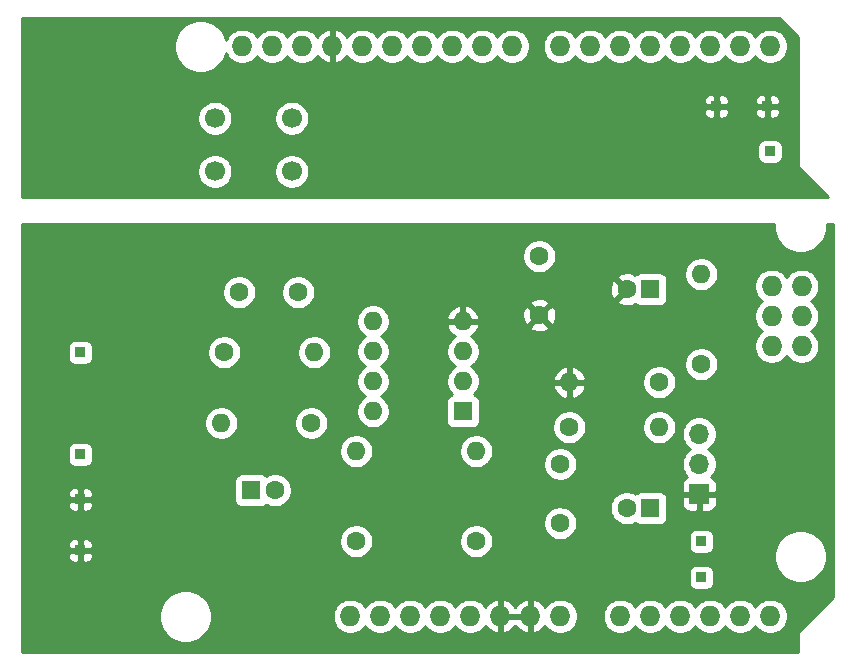
<source format=gbr>
%TF.GenerationSoftware,KiCad,Pcbnew,(5.1.5)-3*%
%TF.CreationDate,2020-05-16T21:05:58+02:00*%
%TF.ProjectId,30_PCB,33305f50-4342-42e6-9b69-6361645f7063,R0.7*%
%TF.SameCoordinates,Original*%
%TF.FileFunction,Copper,L2,Inr*%
%TF.FilePolarity,Positive*%
%FSLAX46Y46*%
G04 Gerber Fmt 4.6, Leading zero omitted, Abs format (unit mm)*
G04 Created by KiCad (PCBNEW (5.1.5)-3) date 2020-05-16 21:05:58*
%MOMM*%
%LPD*%
G04 APERTURE LIST*
%ADD10O,1.600000X1.600000*%
%ADD11C,1.600000*%
%ADD12R,1.600000X1.600000*%
%ADD13O,1.727200X1.727200*%
%ADD14R,0.850000X0.850000*%
%ADD15C,1.700000*%
%ADD16R,1.700000X1.700000*%
%ADD17O,1.700000X1.700000*%
%ADD18C,0.254000*%
G04 APERTURE END LIST*
D10*
X140970000Y-103378000D03*
D11*
X140970000Y-110998000D03*
D10*
X137414000Y-95000000D03*
D11*
X129794000Y-95000000D03*
D10*
X129540000Y-101000000D03*
D11*
X137160000Y-101000000D03*
D10*
X151130000Y-103378000D03*
D11*
X151130000Y-110998000D03*
D10*
X166624000Y-101346000D03*
D11*
X159004000Y-101346000D03*
D10*
X159004000Y-97536000D03*
D11*
X166624000Y-97536000D03*
D10*
X170180000Y-88392000D03*
D11*
X170180000Y-96012000D03*
X136064000Y-89916000D03*
X131064000Y-89916000D03*
X134080000Y-106680000D03*
D12*
X132080000Y-106680000D03*
D11*
X156464000Y-91868000D03*
X156464000Y-86868000D03*
X163862000Y-108204000D03*
D12*
X165862000Y-108204000D03*
D11*
X163862000Y-89662000D03*
D12*
X165862000Y-89662000D03*
D13*
X176149000Y-89408000D03*
X176022000Y-117348000D03*
X173482000Y-117348000D03*
X170942000Y-117348000D03*
X168402000Y-117348000D03*
X165862000Y-117348000D03*
X140462000Y-117348000D03*
X146558000Y-69088000D03*
X144018000Y-69088000D03*
X141478000Y-69088000D03*
X136398000Y-69088000D03*
X133858000Y-69088000D03*
X131318000Y-69088000D03*
X149098000Y-69088000D03*
X151638000Y-69088000D03*
X154178000Y-69088000D03*
X138938000Y-69088000D03*
X158242000Y-69088000D03*
X160782000Y-69088000D03*
X163322000Y-69088000D03*
X165862000Y-69088000D03*
X168402000Y-69088000D03*
X170942000Y-69088000D03*
X173482000Y-69088000D03*
X176022000Y-69088000D03*
X143002000Y-117348000D03*
X145542000Y-117348000D03*
X148082000Y-117348000D03*
X150622000Y-117348000D03*
X153162000Y-117348000D03*
X155702000Y-117348000D03*
X158242000Y-117348000D03*
X163322000Y-117348000D03*
X178689000Y-89408000D03*
X176149000Y-91948000D03*
X178689000Y-91948000D03*
X178689000Y-94488000D03*
X176149000Y-94488000D03*
D11*
X158242000Y-104474000D03*
X158242000Y-109474000D03*
D14*
X170180000Y-110998000D03*
X170180000Y-114046000D03*
X117602000Y-94996000D03*
X171450000Y-74168000D03*
X175768000Y-74168000D03*
X117602000Y-111760000D03*
X117602000Y-107442000D03*
X117602000Y-103632000D03*
X176000000Y-78000000D03*
D15*
X135506600Y-79684000D03*
X129006600Y-79684000D03*
X135506600Y-75184000D03*
X129006600Y-75184000D03*
D12*
X150000000Y-100000000D03*
D10*
X142380000Y-92380000D03*
X150000000Y-97460000D03*
X142380000Y-94920000D03*
X150000000Y-94920000D03*
X142380000Y-97460000D03*
X150000000Y-92380000D03*
X142380000Y-100000000D03*
D16*
X170000000Y-107000000D03*
D17*
X170000000Y-104460000D03*
X170000000Y-101920000D03*
D18*
G36*
X176327000Y-84548128D02*
G01*
X176412890Y-84979925D01*
X176581369Y-85386669D01*
X176825962Y-85752729D01*
X177137271Y-86064038D01*
X177503331Y-86308631D01*
X177910075Y-86477110D01*
X178341872Y-86563000D01*
X178782128Y-86563000D01*
X179213925Y-86477110D01*
X179620669Y-86308631D01*
X179986729Y-86064038D01*
X180298038Y-85752729D01*
X180542631Y-85386669D01*
X180711110Y-84979925D01*
X180797000Y-84548128D01*
X180797000Y-84127000D01*
X181340000Y-84127000D01*
X181340001Y-115726618D01*
X178556236Y-118510384D01*
X178531052Y-118531052D01*
X178510386Y-118556234D01*
X178448575Y-118631550D01*
X178409335Y-118704964D01*
X178387290Y-118746208D01*
X178349550Y-118870618D01*
X178340000Y-118967582D01*
X178340000Y-118967591D01*
X178336808Y-119000000D01*
X178340000Y-119032409D01*
X178340001Y-120340000D01*
X112660000Y-120340000D01*
X112660000Y-117127872D01*
X124257000Y-117127872D01*
X124257000Y-117568128D01*
X124342890Y-117999925D01*
X124511369Y-118406669D01*
X124755962Y-118772729D01*
X125067271Y-119084038D01*
X125433331Y-119328631D01*
X125840075Y-119497110D01*
X126271872Y-119583000D01*
X126712128Y-119583000D01*
X127143925Y-119497110D01*
X127550669Y-119328631D01*
X127916729Y-119084038D01*
X128228038Y-118772729D01*
X128472631Y-118406669D01*
X128641110Y-117999925D01*
X128727000Y-117568128D01*
X128727000Y-117200401D01*
X138963400Y-117200401D01*
X138963400Y-117495599D01*
X139020990Y-117785125D01*
X139133958Y-118057853D01*
X139297961Y-118303302D01*
X139506698Y-118512039D01*
X139752147Y-118676042D01*
X140024875Y-118789010D01*
X140314401Y-118846600D01*
X140609599Y-118846600D01*
X140899125Y-118789010D01*
X141171853Y-118676042D01*
X141417302Y-118512039D01*
X141626039Y-118303302D01*
X141732000Y-118144719D01*
X141837961Y-118303302D01*
X142046698Y-118512039D01*
X142292147Y-118676042D01*
X142564875Y-118789010D01*
X142854401Y-118846600D01*
X143149599Y-118846600D01*
X143439125Y-118789010D01*
X143711853Y-118676042D01*
X143957302Y-118512039D01*
X144166039Y-118303302D01*
X144272000Y-118144719D01*
X144377961Y-118303302D01*
X144586698Y-118512039D01*
X144832147Y-118676042D01*
X145104875Y-118789010D01*
X145394401Y-118846600D01*
X145689599Y-118846600D01*
X145979125Y-118789010D01*
X146251853Y-118676042D01*
X146497302Y-118512039D01*
X146706039Y-118303302D01*
X146812000Y-118144719D01*
X146917961Y-118303302D01*
X147126698Y-118512039D01*
X147372147Y-118676042D01*
X147644875Y-118789010D01*
X147934401Y-118846600D01*
X148229599Y-118846600D01*
X148519125Y-118789010D01*
X148791853Y-118676042D01*
X149037302Y-118512039D01*
X149246039Y-118303302D01*
X149352000Y-118144719D01*
X149457961Y-118303302D01*
X149666698Y-118512039D01*
X149912147Y-118676042D01*
X150184875Y-118789010D01*
X150474401Y-118846600D01*
X150769599Y-118846600D01*
X151059125Y-118789010D01*
X151331853Y-118676042D01*
X151577302Y-118512039D01*
X151786039Y-118303302D01*
X151893692Y-118142187D01*
X152055146Y-118358293D01*
X152273512Y-118554817D01*
X152526022Y-118704964D01*
X152802973Y-118802963D01*
X153035000Y-118682464D01*
X153035000Y-117475000D01*
X153289000Y-117475000D01*
X153289000Y-118682464D01*
X153521027Y-118802963D01*
X153797978Y-118704964D01*
X154050488Y-118554817D01*
X154268854Y-118358293D01*
X154432000Y-118139922D01*
X154595146Y-118358293D01*
X154813512Y-118554817D01*
X155066022Y-118704964D01*
X155342973Y-118802963D01*
X155575000Y-118682464D01*
X155575000Y-117475000D01*
X153289000Y-117475000D01*
X153035000Y-117475000D01*
X153015000Y-117475000D01*
X153015000Y-117221000D01*
X153035000Y-117221000D01*
X153035000Y-116013536D01*
X153289000Y-116013536D01*
X153289000Y-117221000D01*
X155575000Y-117221000D01*
X155575000Y-116013536D01*
X155829000Y-116013536D01*
X155829000Y-117221000D01*
X155849000Y-117221000D01*
X155849000Y-117475000D01*
X155829000Y-117475000D01*
X155829000Y-118682464D01*
X156061027Y-118802963D01*
X156337978Y-118704964D01*
X156590488Y-118554817D01*
X156808854Y-118358293D01*
X156970308Y-118142187D01*
X157077961Y-118303302D01*
X157286698Y-118512039D01*
X157532147Y-118676042D01*
X157804875Y-118789010D01*
X158094401Y-118846600D01*
X158389599Y-118846600D01*
X158679125Y-118789010D01*
X158951853Y-118676042D01*
X159197302Y-118512039D01*
X159406039Y-118303302D01*
X159570042Y-118057853D01*
X159683010Y-117785125D01*
X159740600Y-117495599D01*
X159740600Y-117200401D01*
X161823400Y-117200401D01*
X161823400Y-117495599D01*
X161880990Y-117785125D01*
X161993958Y-118057853D01*
X162157961Y-118303302D01*
X162366698Y-118512039D01*
X162612147Y-118676042D01*
X162884875Y-118789010D01*
X163174401Y-118846600D01*
X163469599Y-118846600D01*
X163759125Y-118789010D01*
X164031853Y-118676042D01*
X164277302Y-118512039D01*
X164486039Y-118303302D01*
X164592000Y-118144719D01*
X164697961Y-118303302D01*
X164906698Y-118512039D01*
X165152147Y-118676042D01*
X165424875Y-118789010D01*
X165714401Y-118846600D01*
X166009599Y-118846600D01*
X166299125Y-118789010D01*
X166571853Y-118676042D01*
X166817302Y-118512039D01*
X167026039Y-118303302D01*
X167132000Y-118144719D01*
X167237961Y-118303302D01*
X167446698Y-118512039D01*
X167692147Y-118676042D01*
X167964875Y-118789010D01*
X168254401Y-118846600D01*
X168549599Y-118846600D01*
X168839125Y-118789010D01*
X169111853Y-118676042D01*
X169357302Y-118512039D01*
X169566039Y-118303302D01*
X169672000Y-118144719D01*
X169777961Y-118303302D01*
X169986698Y-118512039D01*
X170232147Y-118676042D01*
X170504875Y-118789010D01*
X170794401Y-118846600D01*
X171089599Y-118846600D01*
X171379125Y-118789010D01*
X171651853Y-118676042D01*
X171897302Y-118512039D01*
X172106039Y-118303302D01*
X172212000Y-118144719D01*
X172317961Y-118303302D01*
X172526698Y-118512039D01*
X172772147Y-118676042D01*
X173044875Y-118789010D01*
X173334401Y-118846600D01*
X173629599Y-118846600D01*
X173919125Y-118789010D01*
X174191853Y-118676042D01*
X174437302Y-118512039D01*
X174646039Y-118303302D01*
X174752000Y-118144719D01*
X174857961Y-118303302D01*
X175066698Y-118512039D01*
X175312147Y-118676042D01*
X175584875Y-118789010D01*
X175874401Y-118846600D01*
X176169599Y-118846600D01*
X176459125Y-118789010D01*
X176731853Y-118676042D01*
X176977302Y-118512039D01*
X177186039Y-118303302D01*
X177350042Y-118057853D01*
X177463010Y-117785125D01*
X177520600Y-117495599D01*
X177520600Y-117200401D01*
X177463010Y-116910875D01*
X177350042Y-116638147D01*
X177186039Y-116392698D01*
X176977302Y-116183961D01*
X176731853Y-116019958D01*
X176459125Y-115906990D01*
X176169599Y-115849400D01*
X175874401Y-115849400D01*
X175584875Y-115906990D01*
X175312147Y-116019958D01*
X175066698Y-116183961D01*
X174857961Y-116392698D01*
X174752000Y-116551281D01*
X174646039Y-116392698D01*
X174437302Y-116183961D01*
X174191853Y-116019958D01*
X173919125Y-115906990D01*
X173629599Y-115849400D01*
X173334401Y-115849400D01*
X173044875Y-115906990D01*
X172772147Y-116019958D01*
X172526698Y-116183961D01*
X172317961Y-116392698D01*
X172212000Y-116551281D01*
X172106039Y-116392698D01*
X171897302Y-116183961D01*
X171651853Y-116019958D01*
X171379125Y-115906990D01*
X171089599Y-115849400D01*
X170794401Y-115849400D01*
X170504875Y-115906990D01*
X170232147Y-116019958D01*
X169986698Y-116183961D01*
X169777961Y-116392698D01*
X169672000Y-116551281D01*
X169566039Y-116392698D01*
X169357302Y-116183961D01*
X169111853Y-116019958D01*
X168839125Y-115906990D01*
X168549599Y-115849400D01*
X168254401Y-115849400D01*
X167964875Y-115906990D01*
X167692147Y-116019958D01*
X167446698Y-116183961D01*
X167237961Y-116392698D01*
X167132000Y-116551281D01*
X167026039Y-116392698D01*
X166817302Y-116183961D01*
X166571853Y-116019958D01*
X166299125Y-115906990D01*
X166009599Y-115849400D01*
X165714401Y-115849400D01*
X165424875Y-115906990D01*
X165152147Y-116019958D01*
X164906698Y-116183961D01*
X164697961Y-116392698D01*
X164592000Y-116551281D01*
X164486039Y-116392698D01*
X164277302Y-116183961D01*
X164031853Y-116019958D01*
X163759125Y-115906990D01*
X163469599Y-115849400D01*
X163174401Y-115849400D01*
X162884875Y-115906990D01*
X162612147Y-116019958D01*
X162366698Y-116183961D01*
X162157961Y-116392698D01*
X161993958Y-116638147D01*
X161880990Y-116910875D01*
X161823400Y-117200401D01*
X159740600Y-117200401D01*
X159683010Y-116910875D01*
X159570042Y-116638147D01*
X159406039Y-116392698D01*
X159197302Y-116183961D01*
X158951853Y-116019958D01*
X158679125Y-115906990D01*
X158389599Y-115849400D01*
X158094401Y-115849400D01*
X157804875Y-115906990D01*
X157532147Y-116019958D01*
X157286698Y-116183961D01*
X157077961Y-116392698D01*
X156970308Y-116553813D01*
X156808854Y-116337707D01*
X156590488Y-116141183D01*
X156337978Y-115991036D01*
X156061027Y-115893037D01*
X155829000Y-116013536D01*
X155575000Y-116013536D01*
X155342973Y-115893037D01*
X155066022Y-115991036D01*
X154813512Y-116141183D01*
X154595146Y-116337707D01*
X154432000Y-116556078D01*
X154268854Y-116337707D01*
X154050488Y-116141183D01*
X153797978Y-115991036D01*
X153521027Y-115893037D01*
X153289000Y-116013536D01*
X153035000Y-116013536D01*
X152802973Y-115893037D01*
X152526022Y-115991036D01*
X152273512Y-116141183D01*
X152055146Y-116337707D01*
X151893692Y-116553813D01*
X151786039Y-116392698D01*
X151577302Y-116183961D01*
X151331853Y-116019958D01*
X151059125Y-115906990D01*
X150769599Y-115849400D01*
X150474401Y-115849400D01*
X150184875Y-115906990D01*
X149912147Y-116019958D01*
X149666698Y-116183961D01*
X149457961Y-116392698D01*
X149352000Y-116551281D01*
X149246039Y-116392698D01*
X149037302Y-116183961D01*
X148791853Y-116019958D01*
X148519125Y-115906990D01*
X148229599Y-115849400D01*
X147934401Y-115849400D01*
X147644875Y-115906990D01*
X147372147Y-116019958D01*
X147126698Y-116183961D01*
X146917961Y-116392698D01*
X146812000Y-116551281D01*
X146706039Y-116392698D01*
X146497302Y-116183961D01*
X146251853Y-116019958D01*
X145979125Y-115906990D01*
X145689599Y-115849400D01*
X145394401Y-115849400D01*
X145104875Y-115906990D01*
X144832147Y-116019958D01*
X144586698Y-116183961D01*
X144377961Y-116392698D01*
X144272000Y-116551281D01*
X144166039Y-116392698D01*
X143957302Y-116183961D01*
X143711853Y-116019958D01*
X143439125Y-115906990D01*
X143149599Y-115849400D01*
X142854401Y-115849400D01*
X142564875Y-115906990D01*
X142292147Y-116019958D01*
X142046698Y-116183961D01*
X141837961Y-116392698D01*
X141732000Y-116551281D01*
X141626039Y-116392698D01*
X141417302Y-116183961D01*
X141171853Y-116019958D01*
X140899125Y-115906990D01*
X140609599Y-115849400D01*
X140314401Y-115849400D01*
X140024875Y-115906990D01*
X139752147Y-116019958D01*
X139506698Y-116183961D01*
X139297961Y-116392698D01*
X139133958Y-116638147D01*
X139020990Y-116910875D01*
X138963400Y-117200401D01*
X128727000Y-117200401D01*
X128727000Y-117127872D01*
X128641110Y-116696075D01*
X128472631Y-116289331D01*
X128228038Y-115923271D01*
X127916729Y-115611962D01*
X127550669Y-115367369D01*
X127143925Y-115198890D01*
X126712128Y-115113000D01*
X126271872Y-115113000D01*
X125840075Y-115198890D01*
X125433331Y-115367369D01*
X125067271Y-115611962D01*
X124755962Y-115923271D01*
X124511369Y-116289331D01*
X124342890Y-116696075D01*
X124257000Y-117127872D01*
X112660000Y-117127872D01*
X112660000Y-113621000D01*
X169116928Y-113621000D01*
X169116928Y-114471000D01*
X169129188Y-114595482D01*
X169165498Y-114715180D01*
X169224463Y-114825494D01*
X169303815Y-114922185D01*
X169400506Y-115001537D01*
X169510820Y-115060502D01*
X169630518Y-115096812D01*
X169755000Y-115109072D01*
X170605000Y-115109072D01*
X170729482Y-115096812D01*
X170849180Y-115060502D01*
X170959494Y-115001537D01*
X171056185Y-114922185D01*
X171135537Y-114825494D01*
X171194502Y-114715180D01*
X171230812Y-114595482D01*
X171243072Y-114471000D01*
X171243072Y-113621000D01*
X171230812Y-113496518D01*
X171194502Y-113376820D01*
X171135537Y-113266506D01*
X171056185Y-113169815D01*
X170959494Y-113090463D01*
X170849180Y-113031498D01*
X170729482Y-112995188D01*
X170605000Y-112982928D01*
X169755000Y-112982928D01*
X169630518Y-112995188D01*
X169510820Y-113031498D01*
X169400506Y-113090463D01*
X169303815Y-113169815D01*
X169224463Y-113266506D01*
X169165498Y-113376820D01*
X169129188Y-113496518D01*
X169116928Y-113621000D01*
X112660000Y-113621000D01*
X112660000Y-112185000D01*
X116538928Y-112185000D01*
X116551188Y-112309482D01*
X116587498Y-112429180D01*
X116646463Y-112539494D01*
X116725815Y-112636185D01*
X116822506Y-112715537D01*
X116932820Y-112774502D01*
X117052518Y-112810812D01*
X117177000Y-112823072D01*
X117316250Y-112820000D01*
X117475000Y-112661250D01*
X117475000Y-111887000D01*
X117729000Y-111887000D01*
X117729000Y-112661250D01*
X117887750Y-112820000D01*
X118027000Y-112823072D01*
X118151482Y-112810812D01*
X118271180Y-112774502D01*
X118381494Y-112715537D01*
X118478185Y-112636185D01*
X118557537Y-112539494D01*
X118616502Y-112429180D01*
X118652812Y-112309482D01*
X118665072Y-112185000D01*
X118662000Y-112045750D01*
X118503250Y-111887000D01*
X117729000Y-111887000D01*
X117475000Y-111887000D01*
X116700750Y-111887000D01*
X116542000Y-112045750D01*
X116538928Y-112185000D01*
X112660000Y-112185000D01*
X112660000Y-111335000D01*
X116538928Y-111335000D01*
X116542000Y-111474250D01*
X116700750Y-111633000D01*
X117475000Y-111633000D01*
X117475000Y-110858750D01*
X117729000Y-110858750D01*
X117729000Y-111633000D01*
X118503250Y-111633000D01*
X118662000Y-111474250D01*
X118665072Y-111335000D01*
X118652812Y-111210518D01*
X118616502Y-111090820D01*
X118557537Y-110980506D01*
X118478185Y-110883815D01*
X118445103Y-110856665D01*
X139535000Y-110856665D01*
X139535000Y-111139335D01*
X139590147Y-111416574D01*
X139698320Y-111677727D01*
X139855363Y-111912759D01*
X140055241Y-112112637D01*
X140290273Y-112269680D01*
X140551426Y-112377853D01*
X140828665Y-112433000D01*
X141111335Y-112433000D01*
X141388574Y-112377853D01*
X141649727Y-112269680D01*
X141884759Y-112112637D01*
X142084637Y-111912759D01*
X142241680Y-111677727D01*
X142349853Y-111416574D01*
X142405000Y-111139335D01*
X142405000Y-110856665D01*
X149695000Y-110856665D01*
X149695000Y-111139335D01*
X149750147Y-111416574D01*
X149858320Y-111677727D01*
X150015363Y-111912759D01*
X150215241Y-112112637D01*
X150450273Y-112269680D01*
X150711426Y-112377853D01*
X150988665Y-112433000D01*
X151271335Y-112433000D01*
X151548574Y-112377853D01*
X151809727Y-112269680D01*
X152044759Y-112112637D01*
X152244637Y-111912759D01*
X152401680Y-111677727D01*
X152509853Y-111416574D01*
X152565000Y-111139335D01*
X152565000Y-110856665D01*
X152509853Y-110579426D01*
X152401680Y-110318273D01*
X152244637Y-110083241D01*
X152044759Y-109883363D01*
X151809727Y-109726320D01*
X151548574Y-109618147D01*
X151271335Y-109563000D01*
X150988665Y-109563000D01*
X150711426Y-109618147D01*
X150450273Y-109726320D01*
X150215241Y-109883363D01*
X150015363Y-110083241D01*
X149858320Y-110318273D01*
X149750147Y-110579426D01*
X149695000Y-110856665D01*
X142405000Y-110856665D01*
X142349853Y-110579426D01*
X142241680Y-110318273D01*
X142084637Y-110083241D01*
X141884759Y-109883363D01*
X141649727Y-109726320D01*
X141388574Y-109618147D01*
X141111335Y-109563000D01*
X140828665Y-109563000D01*
X140551426Y-109618147D01*
X140290273Y-109726320D01*
X140055241Y-109883363D01*
X139855363Y-110083241D01*
X139698320Y-110318273D01*
X139590147Y-110579426D01*
X139535000Y-110856665D01*
X118445103Y-110856665D01*
X118381494Y-110804463D01*
X118271180Y-110745498D01*
X118151482Y-110709188D01*
X118027000Y-110696928D01*
X117887750Y-110700000D01*
X117729000Y-110858750D01*
X117475000Y-110858750D01*
X117316250Y-110700000D01*
X117177000Y-110696928D01*
X117052518Y-110709188D01*
X116932820Y-110745498D01*
X116822506Y-110804463D01*
X116725815Y-110883815D01*
X116646463Y-110980506D01*
X116587498Y-111090820D01*
X116551188Y-111210518D01*
X116538928Y-111335000D01*
X112660000Y-111335000D01*
X112660000Y-109332665D01*
X156807000Y-109332665D01*
X156807000Y-109615335D01*
X156862147Y-109892574D01*
X156970320Y-110153727D01*
X157127363Y-110388759D01*
X157327241Y-110588637D01*
X157562273Y-110745680D01*
X157823426Y-110853853D01*
X158100665Y-110909000D01*
X158383335Y-110909000D01*
X158660574Y-110853853D01*
X158921727Y-110745680D01*
X159156759Y-110588637D01*
X159172396Y-110573000D01*
X169116928Y-110573000D01*
X169116928Y-111423000D01*
X169129188Y-111547482D01*
X169165498Y-111667180D01*
X169224463Y-111777494D01*
X169303815Y-111874185D01*
X169400506Y-111953537D01*
X169510820Y-112012502D01*
X169630518Y-112048812D01*
X169755000Y-112061072D01*
X170605000Y-112061072D01*
X170729482Y-112048812D01*
X170732580Y-112047872D01*
X176327000Y-112047872D01*
X176327000Y-112488128D01*
X176412890Y-112919925D01*
X176581369Y-113326669D01*
X176825962Y-113692729D01*
X177137271Y-114004038D01*
X177503331Y-114248631D01*
X177910075Y-114417110D01*
X178341872Y-114503000D01*
X178782128Y-114503000D01*
X179213925Y-114417110D01*
X179620669Y-114248631D01*
X179986729Y-114004038D01*
X180298038Y-113692729D01*
X180542631Y-113326669D01*
X180711110Y-112919925D01*
X180797000Y-112488128D01*
X180797000Y-112047872D01*
X180711110Y-111616075D01*
X180542631Y-111209331D01*
X180298038Y-110843271D01*
X179986729Y-110531962D01*
X179620669Y-110287369D01*
X179213925Y-110118890D01*
X178782128Y-110033000D01*
X178341872Y-110033000D01*
X177910075Y-110118890D01*
X177503331Y-110287369D01*
X177137271Y-110531962D01*
X176825962Y-110843271D01*
X176581369Y-111209331D01*
X176412890Y-111616075D01*
X176327000Y-112047872D01*
X170732580Y-112047872D01*
X170849180Y-112012502D01*
X170959494Y-111953537D01*
X171056185Y-111874185D01*
X171135537Y-111777494D01*
X171194502Y-111667180D01*
X171230812Y-111547482D01*
X171243072Y-111423000D01*
X171243072Y-110573000D01*
X171230812Y-110448518D01*
X171194502Y-110328820D01*
X171135537Y-110218506D01*
X171056185Y-110121815D01*
X170959494Y-110042463D01*
X170849180Y-109983498D01*
X170729482Y-109947188D01*
X170605000Y-109934928D01*
X169755000Y-109934928D01*
X169630518Y-109947188D01*
X169510820Y-109983498D01*
X169400506Y-110042463D01*
X169303815Y-110121815D01*
X169224463Y-110218506D01*
X169165498Y-110328820D01*
X169129188Y-110448518D01*
X169116928Y-110573000D01*
X159172396Y-110573000D01*
X159356637Y-110388759D01*
X159513680Y-110153727D01*
X159621853Y-109892574D01*
X159677000Y-109615335D01*
X159677000Y-109332665D01*
X159621853Y-109055426D01*
X159513680Y-108794273D01*
X159356637Y-108559241D01*
X159156759Y-108359363D01*
X158921727Y-108202320D01*
X158660574Y-108094147D01*
X158502306Y-108062665D01*
X162427000Y-108062665D01*
X162427000Y-108345335D01*
X162482147Y-108622574D01*
X162590320Y-108883727D01*
X162747363Y-109118759D01*
X162947241Y-109318637D01*
X163182273Y-109475680D01*
X163443426Y-109583853D01*
X163720665Y-109639000D01*
X164003335Y-109639000D01*
X164280574Y-109583853D01*
X164541727Y-109475680D01*
X164597210Y-109438607D01*
X164610815Y-109455185D01*
X164707506Y-109534537D01*
X164817820Y-109593502D01*
X164937518Y-109629812D01*
X165062000Y-109642072D01*
X166662000Y-109642072D01*
X166786482Y-109629812D01*
X166906180Y-109593502D01*
X167016494Y-109534537D01*
X167113185Y-109455185D01*
X167192537Y-109358494D01*
X167251502Y-109248180D01*
X167287812Y-109128482D01*
X167300072Y-109004000D01*
X167300072Y-107850000D01*
X168511928Y-107850000D01*
X168524188Y-107974482D01*
X168560498Y-108094180D01*
X168619463Y-108204494D01*
X168698815Y-108301185D01*
X168795506Y-108380537D01*
X168905820Y-108439502D01*
X169025518Y-108475812D01*
X169150000Y-108488072D01*
X169714250Y-108485000D01*
X169873000Y-108326250D01*
X169873000Y-107127000D01*
X170127000Y-107127000D01*
X170127000Y-108326250D01*
X170285750Y-108485000D01*
X170850000Y-108488072D01*
X170974482Y-108475812D01*
X171094180Y-108439502D01*
X171204494Y-108380537D01*
X171301185Y-108301185D01*
X171380537Y-108204494D01*
X171439502Y-108094180D01*
X171475812Y-107974482D01*
X171488072Y-107850000D01*
X171485000Y-107285750D01*
X171326250Y-107127000D01*
X170127000Y-107127000D01*
X169873000Y-107127000D01*
X168673750Y-107127000D01*
X168515000Y-107285750D01*
X168511928Y-107850000D01*
X167300072Y-107850000D01*
X167300072Y-107404000D01*
X167287812Y-107279518D01*
X167251502Y-107159820D01*
X167192537Y-107049506D01*
X167113185Y-106952815D01*
X167016494Y-106873463D01*
X166906180Y-106814498D01*
X166786482Y-106778188D01*
X166662000Y-106765928D01*
X165062000Y-106765928D01*
X164937518Y-106778188D01*
X164817820Y-106814498D01*
X164707506Y-106873463D01*
X164610815Y-106952815D01*
X164597210Y-106969393D01*
X164541727Y-106932320D01*
X164280574Y-106824147D01*
X164003335Y-106769000D01*
X163720665Y-106769000D01*
X163443426Y-106824147D01*
X163182273Y-106932320D01*
X162947241Y-107089363D01*
X162747363Y-107289241D01*
X162590320Y-107524273D01*
X162482147Y-107785426D01*
X162427000Y-108062665D01*
X158502306Y-108062665D01*
X158383335Y-108039000D01*
X158100665Y-108039000D01*
X157823426Y-108094147D01*
X157562273Y-108202320D01*
X157327241Y-108359363D01*
X157127363Y-108559241D01*
X156970320Y-108794273D01*
X156862147Y-109055426D01*
X156807000Y-109332665D01*
X112660000Y-109332665D01*
X112660000Y-107867000D01*
X116538928Y-107867000D01*
X116551188Y-107991482D01*
X116587498Y-108111180D01*
X116646463Y-108221494D01*
X116725815Y-108318185D01*
X116822506Y-108397537D01*
X116932820Y-108456502D01*
X117052518Y-108492812D01*
X117177000Y-108505072D01*
X117316250Y-108502000D01*
X117475000Y-108343250D01*
X117475000Y-107569000D01*
X117729000Y-107569000D01*
X117729000Y-108343250D01*
X117887750Y-108502000D01*
X118027000Y-108505072D01*
X118151482Y-108492812D01*
X118271180Y-108456502D01*
X118381494Y-108397537D01*
X118478185Y-108318185D01*
X118557537Y-108221494D01*
X118616502Y-108111180D01*
X118652812Y-107991482D01*
X118665072Y-107867000D01*
X118662000Y-107727750D01*
X118503250Y-107569000D01*
X117729000Y-107569000D01*
X117475000Y-107569000D01*
X116700750Y-107569000D01*
X116542000Y-107727750D01*
X116538928Y-107867000D01*
X112660000Y-107867000D01*
X112660000Y-107017000D01*
X116538928Y-107017000D01*
X116542000Y-107156250D01*
X116700750Y-107315000D01*
X117475000Y-107315000D01*
X117475000Y-106540750D01*
X117729000Y-106540750D01*
X117729000Y-107315000D01*
X118503250Y-107315000D01*
X118662000Y-107156250D01*
X118665072Y-107017000D01*
X118652812Y-106892518D01*
X118616502Y-106772820D01*
X118557537Y-106662506D01*
X118478185Y-106565815D01*
X118381494Y-106486463D01*
X118271180Y-106427498D01*
X118151482Y-106391188D01*
X118027000Y-106378928D01*
X117887750Y-106382000D01*
X117729000Y-106540750D01*
X117475000Y-106540750D01*
X117316250Y-106382000D01*
X117177000Y-106378928D01*
X117052518Y-106391188D01*
X116932820Y-106427498D01*
X116822506Y-106486463D01*
X116725815Y-106565815D01*
X116646463Y-106662506D01*
X116587498Y-106772820D01*
X116551188Y-106892518D01*
X116538928Y-107017000D01*
X112660000Y-107017000D01*
X112660000Y-105880000D01*
X130641928Y-105880000D01*
X130641928Y-107480000D01*
X130654188Y-107604482D01*
X130690498Y-107724180D01*
X130749463Y-107834494D01*
X130828815Y-107931185D01*
X130925506Y-108010537D01*
X131035820Y-108069502D01*
X131155518Y-108105812D01*
X131280000Y-108118072D01*
X132880000Y-108118072D01*
X133004482Y-108105812D01*
X133124180Y-108069502D01*
X133234494Y-108010537D01*
X133331185Y-107931185D01*
X133344790Y-107914607D01*
X133400273Y-107951680D01*
X133661426Y-108059853D01*
X133938665Y-108115000D01*
X134221335Y-108115000D01*
X134498574Y-108059853D01*
X134759727Y-107951680D01*
X134994759Y-107794637D01*
X135194637Y-107594759D01*
X135351680Y-107359727D01*
X135459853Y-107098574D01*
X135515000Y-106821335D01*
X135515000Y-106538665D01*
X135459853Y-106261426D01*
X135413699Y-106150000D01*
X168511928Y-106150000D01*
X168515000Y-106714250D01*
X168673750Y-106873000D01*
X169873000Y-106873000D01*
X169873000Y-106853000D01*
X170127000Y-106853000D01*
X170127000Y-106873000D01*
X171326250Y-106873000D01*
X171485000Y-106714250D01*
X171488072Y-106150000D01*
X171475812Y-106025518D01*
X171439502Y-105905820D01*
X171380537Y-105795506D01*
X171301185Y-105698815D01*
X171204494Y-105619463D01*
X171094180Y-105560498D01*
X171021620Y-105538487D01*
X171153475Y-105406632D01*
X171315990Y-105163411D01*
X171427932Y-104893158D01*
X171485000Y-104606260D01*
X171485000Y-104313740D01*
X171427932Y-104026842D01*
X171315990Y-103756589D01*
X171153475Y-103513368D01*
X170946632Y-103306525D01*
X170772240Y-103190000D01*
X170946632Y-103073475D01*
X171153475Y-102866632D01*
X171315990Y-102623411D01*
X171427932Y-102353158D01*
X171485000Y-102066260D01*
X171485000Y-101773740D01*
X171427932Y-101486842D01*
X171315990Y-101216589D01*
X171153475Y-100973368D01*
X170946632Y-100766525D01*
X170703411Y-100604010D01*
X170433158Y-100492068D01*
X170146260Y-100435000D01*
X169853740Y-100435000D01*
X169566842Y-100492068D01*
X169296589Y-100604010D01*
X169053368Y-100766525D01*
X168846525Y-100973368D01*
X168684010Y-101216589D01*
X168572068Y-101486842D01*
X168515000Y-101773740D01*
X168515000Y-102066260D01*
X168572068Y-102353158D01*
X168684010Y-102623411D01*
X168846525Y-102866632D01*
X169053368Y-103073475D01*
X169227760Y-103190000D01*
X169053368Y-103306525D01*
X168846525Y-103513368D01*
X168684010Y-103756589D01*
X168572068Y-104026842D01*
X168515000Y-104313740D01*
X168515000Y-104606260D01*
X168572068Y-104893158D01*
X168684010Y-105163411D01*
X168846525Y-105406632D01*
X168978380Y-105538487D01*
X168905820Y-105560498D01*
X168795506Y-105619463D01*
X168698815Y-105698815D01*
X168619463Y-105795506D01*
X168560498Y-105905820D01*
X168524188Y-106025518D01*
X168511928Y-106150000D01*
X135413699Y-106150000D01*
X135351680Y-106000273D01*
X135194637Y-105765241D01*
X134994759Y-105565363D01*
X134759727Y-105408320D01*
X134498574Y-105300147D01*
X134221335Y-105245000D01*
X133938665Y-105245000D01*
X133661426Y-105300147D01*
X133400273Y-105408320D01*
X133344790Y-105445393D01*
X133331185Y-105428815D01*
X133234494Y-105349463D01*
X133124180Y-105290498D01*
X133004482Y-105254188D01*
X132880000Y-105241928D01*
X131280000Y-105241928D01*
X131155518Y-105254188D01*
X131035820Y-105290498D01*
X130925506Y-105349463D01*
X130828815Y-105428815D01*
X130749463Y-105525506D01*
X130690498Y-105635820D01*
X130654188Y-105755518D01*
X130641928Y-105880000D01*
X112660000Y-105880000D01*
X112660000Y-103207000D01*
X116538928Y-103207000D01*
X116538928Y-104057000D01*
X116551188Y-104181482D01*
X116587498Y-104301180D01*
X116646463Y-104411494D01*
X116725815Y-104508185D01*
X116822506Y-104587537D01*
X116932820Y-104646502D01*
X117052518Y-104682812D01*
X117177000Y-104695072D01*
X118027000Y-104695072D01*
X118151482Y-104682812D01*
X118271180Y-104646502D01*
X118381494Y-104587537D01*
X118478185Y-104508185D01*
X118557537Y-104411494D01*
X118616502Y-104301180D01*
X118652812Y-104181482D01*
X118665072Y-104057000D01*
X118665072Y-103236665D01*
X139535000Y-103236665D01*
X139535000Y-103519335D01*
X139590147Y-103796574D01*
X139698320Y-104057727D01*
X139855363Y-104292759D01*
X140055241Y-104492637D01*
X140290273Y-104649680D01*
X140551426Y-104757853D01*
X140828665Y-104813000D01*
X141111335Y-104813000D01*
X141388574Y-104757853D01*
X141649727Y-104649680D01*
X141884759Y-104492637D01*
X142084637Y-104292759D01*
X142241680Y-104057727D01*
X142349853Y-103796574D01*
X142405000Y-103519335D01*
X142405000Y-103236665D01*
X149695000Y-103236665D01*
X149695000Y-103519335D01*
X149750147Y-103796574D01*
X149858320Y-104057727D01*
X150015363Y-104292759D01*
X150215241Y-104492637D01*
X150450273Y-104649680D01*
X150711426Y-104757853D01*
X150988665Y-104813000D01*
X151271335Y-104813000D01*
X151548574Y-104757853D01*
X151809727Y-104649680D01*
X152044759Y-104492637D01*
X152204731Y-104332665D01*
X156807000Y-104332665D01*
X156807000Y-104615335D01*
X156862147Y-104892574D01*
X156970320Y-105153727D01*
X157127363Y-105388759D01*
X157327241Y-105588637D01*
X157562273Y-105745680D01*
X157823426Y-105853853D01*
X158100665Y-105909000D01*
X158383335Y-105909000D01*
X158660574Y-105853853D01*
X158921727Y-105745680D01*
X159156759Y-105588637D01*
X159356637Y-105388759D01*
X159513680Y-105153727D01*
X159621853Y-104892574D01*
X159677000Y-104615335D01*
X159677000Y-104332665D01*
X159621853Y-104055426D01*
X159513680Y-103794273D01*
X159356637Y-103559241D01*
X159156759Y-103359363D01*
X158921727Y-103202320D01*
X158660574Y-103094147D01*
X158383335Y-103039000D01*
X158100665Y-103039000D01*
X157823426Y-103094147D01*
X157562273Y-103202320D01*
X157327241Y-103359363D01*
X157127363Y-103559241D01*
X156970320Y-103794273D01*
X156862147Y-104055426D01*
X156807000Y-104332665D01*
X152204731Y-104332665D01*
X152244637Y-104292759D01*
X152401680Y-104057727D01*
X152509853Y-103796574D01*
X152565000Y-103519335D01*
X152565000Y-103236665D01*
X152509853Y-102959426D01*
X152401680Y-102698273D01*
X152244637Y-102463241D01*
X152044759Y-102263363D01*
X151809727Y-102106320D01*
X151548574Y-101998147D01*
X151271335Y-101943000D01*
X150988665Y-101943000D01*
X150711426Y-101998147D01*
X150450273Y-102106320D01*
X150215241Y-102263363D01*
X150015363Y-102463241D01*
X149858320Y-102698273D01*
X149750147Y-102959426D01*
X149695000Y-103236665D01*
X142405000Y-103236665D01*
X142349853Y-102959426D01*
X142241680Y-102698273D01*
X142084637Y-102463241D01*
X141884759Y-102263363D01*
X141649727Y-102106320D01*
X141388574Y-101998147D01*
X141111335Y-101943000D01*
X140828665Y-101943000D01*
X140551426Y-101998147D01*
X140290273Y-102106320D01*
X140055241Y-102263363D01*
X139855363Y-102463241D01*
X139698320Y-102698273D01*
X139590147Y-102959426D01*
X139535000Y-103236665D01*
X118665072Y-103236665D01*
X118665072Y-103207000D01*
X118652812Y-103082518D01*
X118616502Y-102962820D01*
X118557537Y-102852506D01*
X118478185Y-102755815D01*
X118381494Y-102676463D01*
X118271180Y-102617498D01*
X118151482Y-102581188D01*
X118027000Y-102568928D01*
X117177000Y-102568928D01*
X117052518Y-102581188D01*
X116932820Y-102617498D01*
X116822506Y-102676463D01*
X116725815Y-102755815D01*
X116646463Y-102852506D01*
X116587498Y-102962820D01*
X116551188Y-103082518D01*
X116538928Y-103207000D01*
X112660000Y-103207000D01*
X112660000Y-100858665D01*
X128105000Y-100858665D01*
X128105000Y-101141335D01*
X128160147Y-101418574D01*
X128268320Y-101679727D01*
X128425363Y-101914759D01*
X128625241Y-102114637D01*
X128860273Y-102271680D01*
X129121426Y-102379853D01*
X129398665Y-102435000D01*
X129681335Y-102435000D01*
X129958574Y-102379853D01*
X130219727Y-102271680D01*
X130454759Y-102114637D01*
X130654637Y-101914759D01*
X130811680Y-101679727D01*
X130919853Y-101418574D01*
X130975000Y-101141335D01*
X130975000Y-100858665D01*
X135725000Y-100858665D01*
X135725000Y-101141335D01*
X135780147Y-101418574D01*
X135888320Y-101679727D01*
X136045363Y-101914759D01*
X136245241Y-102114637D01*
X136480273Y-102271680D01*
X136741426Y-102379853D01*
X137018665Y-102435000D01*
X137301335Y-102435000D01*
X137578574Y-102379853D01*
X137839727Y-102271680D01*
X138074759Y-102114637D01*
X138274637Y-101914759D01*
X138431680Y-101679727D01*
X138539853Y-101418574D01*
X138595000Y-101141335D01*
X138595000Y-100858665D01*
X138539853Y-100581426D01*
X138431680Y-100320273D01*
X138274637Y-100085241D01*
X138074759Y-99885363D01*
X137839727Y-99728320D01*
X137578574Y-99620147D01*
X137301335Y-99565000D01*
X137018665Y-99565000D01*
X136741426Y-99620147D01*
X136480273Y-99728320D01*
X136245241Y-99885363D01*
X136045363Y-100085241D01*
X135888320Y-100320273D01*
X135780147Y-100581426D01*
X135725000Y-100858665D01*
X130975000Y-100858665D01*
X130919853Y-100581426D01*
X130811680Y-100320273D01*
X130654637Y-100085241D01*
X130454759Y-99885363D01*
X130219727Y-99728320D01*
X129958574Y-99620147D01*
X129681335Y-99565000D01*
X129398665Y-99565000D01*
X129121426Y-99620147D01*
X128860273Y-99728320D01*
X128625241Y-99885363D01*
X128425363Y-100085241D01*
X128268320Y-100320273D01*
X128160147Y-100581426D01*
X128105000Y-100858665D01*
X112660000Y-100858665D01*
X112660000Y-94571000D01*
X116538928Y-94571000D01*
X116538928Y-95421000D01*
X116551188Y-95545482D01*
X116587498Y-95665180D01*
X116646463Y-95775494D01*
X116725815Y-95872185D01*
X116822506Y-95951537D01*
X116932820Y-96010502D01*
X117052518Y-96046812D01*
X117177000Y-96059072D01*
X118027000Y-96059072D01*
X118151482Y-96046812D01*
X118271180Y-96010502D01*
X118381494Y-95951537D01*
X118478185Y-95872185D01*
X118557537Y-95775494D01*
X118616502Y-95665180D01*
X118652812Y-95545482D01*
X118665072Y-95421000D01*
X118665072Y-94858665D01*
X128359000Y-94858665D01*
X128359000Y-95141335D01*
X128414147Y-95418574D01*
X128522320Y-95679727D01*
X128679363Y-95914759D01*
X128879241Y-96114637D01*
X129114273Y-96271680D01*
X129375426Y-96379853D01*
X129652665Y-96435000D01*
X129935335Y-96435000D01*
X130212574Y-96379853D01*
X130473727Y-96271680D01*
X130708759Y-96114637D01*
X130908637Y-95914759D01*
X131065680Y-95679727D01*
X131173853Y-95418574D01*
X131229000Y-95141335D01*
X131229000Y-94858665D01*
X135979000Y-94858665D01*
X135979000Y-95141335D01*
X136034147Y-95418574D01*
X136142320Y-95679727D01*
X136299363Y-95914759D01*
X136499241Y-96114637D01*
X136734273Y-96271680D01*
X136995426Y-96379853D01*
X137272665Y-96435000D01*
X137555335Y-96435000D01*
X137832574Y-96379853D01*
X138093727Y-96271680D01*
X138328759Y-96114637D01*
X138528637Y-95914759D01*
X138685680Y-95679727D01*
X138793853Y-95418574D01*
X138849000Y-95141335D01*
X138849000Y-94858665D01*
X138793853Y-94581426D01*
X138685680Y-94320273D01*
X138528637Y-94085241D01*
X138328759Y-93885363D01*
X138093727Y-93728320D01*
X137832574Y-93620147D01*
X137555335Y-93565000D01*
X137272665Y-93565000D01*
X136995426Y-93620147D01*
X136734273Y-93728320D01*
X136499241Y-93885363D01*
X136299363Y-94085241D01*
X136142320Y-94320273D01*
X136034147Y-94581426D01*
X135979000Y-94858665D01*
X131229000Y-94858665D01*
X131173853Y-94581426D01*
X131065680Y-94320273D01*
X130908637Y-94085241D01*
X130708759Y-93885363D01*
X130473727Y-93728320D01*
X130212574Y-93620147D01*
X129935335Y-93565000D01*
X129652665Y-93565000D01*
X129375426Y-93620147D01*
X129114273Y-93728320D01*
X128879241Y-93885363D01*
X128679363Y-94085241D01*
X128522320Y-94320273D01*
X128414147Y-94581426D01*
X128359000Y-94858665D01*
X118665072Y-94858665D01*
X118665072Y-94571000D01*
X118652812Y-94446518D01*
X118616502Y-94326820D01*
X118557537Y-94216506D01*
X118478185Y-94119815D01*
X118381494Y-94040463D01*
X118271180Y-93981498D01*
X118151482Y-93945188D01*
X118027000Y-93932928D01*
X117177000Y-93932928D01*
X117052518Y-93945188D01*
X116932820Y-93981498D01*
X116822506Y-94040463D01*
X116725815Y-94119815D01*
X116646463Y-94216506D01*
X116587498Y-94326820D01*
X116551188Y-94446518D01*
X116538928Y-94571000D01*
X112660000Y-94571000D01*
X112660000Y-92238665D01*
X140945000Y-92238665D01*
X140945000Y-92521335D01*
X141000147Y-92798574D01*
X141108320Y-93059727D01*
X141265363Y-93294759D01*
X141465241Y-93494637D01*
X141697759Y-93650000D01*
X141465241Y-93805363D01*
X141265363Y-94005241D01*
X141108320Y-94240273D01*
X141000147Y-94501426D01*
X140945000Y-94778665D01*
X140945000Y-95061335D01*
X141000147Y-95338574D01*
X141108320Y-95599727D01*
X141265363Y-95834759D01*
X141465241Y-96034637D01*
X141697759Y-96190000D01*
X141465241Y-96345363D01*
X141265363Y-96545241D01*
X141108320Y-96780273D01*
X141000147Y-97041426D01*
X140945000Y-97318665D01*
X140945000Y-97601335D01*
X141000147Y-97878574D01*
X141108320Y-98139727D01*
X141265363Y-98374759D01*
X141465241Y-98574637D01*
X141697759Y-98730000D01*
X141465241Y-98885363D01*
X141265363Y-99085241D01*
X141108320Y-99320273D01*
X141000147Y-99581426D01*
X140945000Y-99858665D01*
X140945000Y-100141335D01*
X141000147Y-100418574D01*
X141108320Y-100679727D01*
X141265363Y-100914759D01*
X141465241Y-101114637D01*
X141700273Y-101271680D01*
X141961426Y-101379853D01*
X142238665Y-101435000D01*
X142521335Y-101435000D01*
X142798574Y-101379853D01*
X143059727Y-101271680D01*
X143294759Y-101114637D01*
X143494637Y-100914759D01*
X143651680Y-100679727D01*
X143759853Y-100418574D01*
X143815000Y-100141335D01*
X143815000Y-99858665D01*
X143759853Y-99581426D01*
X143651680Y-99320273D01*
X143571317Y-99200000D01*
X148561928Y-99200000D01*
X148561928Y-100800000D01*
X148574188Y-100924482D01*
X148610498Y-101044180D01*
X148669463Y-101154494D01*
X148748815Y-101251185D01*
X148845506Y-101330537D01*
X148955820Y-101389502D01*
X149075518Y-101425812D01*
X149200000Y-101438072D01*
X150800000Y-101438072D01*
X150924482Y-101425812D01*
X151044180Y-101389502D01*
X151154494Y-101330537D01*
X151251185Y-101251185D01*
X151289362Y-101204665D01*
X157569000Y-101204665D01*
X157569000Y-101487335D01*
X157624147Y-101764574D01*
X157732320Y-102025727D01*
X157889363Y-102260759D01*
X158089241Y-102460637D01*
X158324273Y-102617680D01*
X158585426Y-102725853D01*
X158862665Y-102781000D01*
X159145335Y-102781000D01*
X159422574Y-102725853D01*
X159683727Y-102617680D01*
X159918759Y-102460637D01*
X160118637Y-102260759D01*
X160275680Y-102025727D01*
X160383853Y-101764574D01*
X160439000Y-101487335D01*
X160439000Y-101204665D01*
X165189000Y-101204665D01*
X165189000Y-101487335D01*
X165244147Y-101764574D01*
X165352320Y-102025727D01*
X165509363Y-102260759D01*
X165709241Y-102460637D01*
X165944273Y-102617680D01*
X166205426Y-102725853D01*
X166482665Y-102781000D01*
X166765335Y-102781000D01*
X167042574Y-102725853D01*
X167303727Y-102617680D01*
X167538759Y-102460637D01*
X167738637Y-102260759D01*
X167895680Y-102025727D01*
X168003853Y-101764574D01*
X168059000Y-101487335D01*
X168059000Y-101204665D01*
X168003853Y-100927426D01*
X167895680Y-100666273D01*
X167738637Y-100431241D01*
X167538759Y-100231363D01*
X167303727Y-100074320D01*
X167042574Y-99966147D01*
X166765335Y-99911000D01*
X166482665Y-99911000D01*
X166205426Y-99966147D01*
X165944273Y-100074320D01*
X165709241Y-100231363D01*
X165509363Y-100431241D01*
X165352320Y-100666273D01*
X165244147Y-100927426D01*
X165189000Y-101204665D01*
X160439000Y-101204665D01*
X160383853Y-100927426D01*
X160275680Y-100666273D01*
X160118637Y-100431241D01*
X159918759Y-100231363D01*
X159683727Y-100074320D01*
X159422574Y-99966147D01*
X159145335Y-99911000D01*
X158862665Y-99911000D01*
X158585426Y-99966147D01*
X158324273Y-100074320D01*
X158089241Y-100231363D01*
X157889363Y-100431241D01*
X157732320Y-100666273D01*
X157624147Y-100927426D01*
X157569000Y-101204665D01*
X151289362Y-101204665D01*
X151330537Y-101154494D01*
X151389502Y-101044180D01*
X151425812Y-100924482D01*
X151438072Y-100800000D01*
X151438072Y-99200000D01*
X151425812Y-99075518D01*
X151389502Y-98955820D01*
X151330537Y-98845506D01*
X151251185Y-98748815D01*
X151154494Y-98669463D01*
X151044180Y-98610498D01*
X150924482Y-98574188D01*
X150916039Y-98573357D01*
X151114637Y-98374759D01*
X151271680Y-98139727D01*
X151377175Y-97885039D01*
X157612096Y-97885039D01*
X157652754Y-98019087D01*
X157772963Y-98273420D01*
X157940481Y-98499414D01*
X158148869Y-98688385D01*
X158390119Y-98833070D01*
X158654960Y-98927909D01*
X158877000Y-98806624D01*
X158877000Y-97663000D01*
X159131000Y-97663000D01*
X159131000Y-98806624D01*
X159353040Y-98927909D01*
X159617881Y-98833070D01*
X159859131Y-98688385D01*
X160067519Y-98499414D01*
X160235037Y-98273420D01*
X160355246Y-98019087D01*
X160395904Y-97885039D01*
X160273915Y-97663000D01*
X159131000Y-97663000D01*
X158877000Y-97663000D01*
X157734085Y-97663000D01*
X157612096Y-97885039D01*
X151377175Y-97885039D01*
X151379853Y-97878574D01*
X151435000Y-97601335D01*
X151435000Y-97318665D01*
X151408803Y-97186961D01*
X157612096Y-97186961D01*
X157734085Y-97409000D01*
X158877000Y-97409000D01*
X158877000Y-96265376D01*
X159131000Y-96265376D01*
X159131000Y-97409000D01*
X160273915Y-97409000D01*
X160281790Y-97394665D01*
X165189000Y-97394665D01*
X165189000Y-97677335D01*
X165244147Y-97954574D01*
X165352320Y-98215727D01*
X165509363Y-98450759D01*
X165709241Y-98650637D01*
X165944273Y-98807680D01*
X166205426Y-98915853D01*
X166482665Y-98971000D01*
X166765335Y-98971000D01*
X167042574Y-98915853D01*
X167303727Y-98807680D01*
X167538759Y-98650637D01*
X167738637Y-98450759D01*
X167895680Y-98215727D01*
X168003853Y-97954574D01*
X168059000Y-97677335D01*
X168059000Y-97394665D01*
X168003853Y-97117426D01*
X167895680Y-96856273D01*
X167738637Y-96621241D01*
X167538759Y-96421363D01*
X167303727Y-96264320D01*
X167042574Y-96156147D01*
X166765335Y-96101000D01*
X166482665Y-96101000D01*
X166205426Y-96156147D01*
X165944273Y-96264320D01*
X165709241Y-96421363D01*
X165509363Y-96621241D01*
X165352320Y-96856273D01*
X165244147Y-97117426D01*
X165189000Y-97394665D01*
X160281790Y-97394665D01*
X160395904Y-97186961D01*
X160355246Y-97052913D01*
X160235037Y-96798580D01*
X160067519Y-96572586D01*
X159859131Y-96383615D01*
X159617881Y-96238930D01*
X159353040Y-96144091D01*
X159131000Y-96265376D01*
X158877000Y-96265376D01*
X158654960Y-96144091D01*
X158390119Y-96238930D01*
X158148869Y-96383615D01*
X157940481Y-96572586D01*
X157772963Y-96798580D01*
X157652754Y-97052913D01*
X157612096Y-97186961D01*
X151408803Y-97186961D01*
X151379853Y-97041426D01*
X151271680Y-96780273D01*
X151114637Y-96545241D01*
X150914759Y-96345363D01*
X150682241Y-96190000D01*
X150914759Y-96034637D01*
X151078731Y-95870665D01*
X168745000Y-95870665D01*
X168745000Y-96153335D01*
X168800147Y-96430574D01*
X168908320Y-96691727D01*
X169065363Y-96926759D01*
X169265241Y-97126637D01*
X169500273Y-97283680D01*
X169761426Y-97391853D01*
X170038665Y-97447000D01*
X170321335Y-97447000D01*
X170598574Y-97391853D01*
X170859727Y-97283680D01*
X171094759Y-97126637D01*
X171294637Y-96926759D01*
X171451680Y-96691727D01*
X171559853Y-96430574D01*
X171615000Y-96153335D01*
X171615000Y-95870665D01*
X171559853Y-95593426D01*
X171451680Y-95332273D01*
X171294637Y-95097241D01*
X171094759Y-94897363D01*
X170859727Y-94740320D01*
X170598574Y-94632147D01*
X170321335Y-94577000D01*
X170038665Y-94577000D01*
X169761426Y-94632147D01*
X169500273Y-94740320D01*
X169265241Y-94897363D01*
X169065363Y-95097241D01*
X168908320Y-95332273D01*
X168800147Y-95593426D01*
X168745000Y-95870665D01*
X151078731Y-95870665D01*
X151114637Y-95834759D01*
X151271680Y-95599727D01*
X151379853Y-95338574D01*
X151435000Y-95061335D01*
X151435000Y-94778665D01*
X151379853Y-94501426D01*
X151271680Y-94240273D01*
X151114637Y-94005241D01*
X150914759Y-93805363D01*
X150679727Y-93648320D01*
X150669135Y-93643933D01*
X150855131Y-93532385D01*
X151063519Y-93343414D01*
X151231037Y-93117420D01*
X151351246Y-92863087D01*
X151351969Y-92860702D01*
X155650903Y-92860702D01*
X155722486Y-93104671D01*
X155977996Y-93225571D01*
X156252184Y-93294300D01*
X156534512Y-93308217D01*
X156814130Y-93266787D01*
X157080292Y-93171603D01*
X157205514Y-93104671D01*
X157277097Y-92860702D01*
X156464000Y-92047605D01*
X155650903Y-92860702D01*
X151351969Y-92860702D01*
X151391904Y-92729039D01*
X151269915Y-92507000D01*
X150127000Y-92507000D01*
X150127000Y-92527000D01*
X149873000Y-92527000D01*
X149873000Y-92507000D01*
X148730085Y-92507000D01*
X148608096Y-92729039D01*
X148648754Y-92863087D01*
X148768963Y-93117420D01*
X148936481Y-93343414D01*
X149144869Y-93532385D01*
X149330865Y-93643933D01*
X149320273Y-93648320D01*
X149085241Y-93805363D01*
X148885363Y-94005241D01*
X148728320Y-94240273D01*
X148620147Y-94501426D01*
X148565000Y-94778665D01*
X148565000Y-95061335D01*
X148620147Y-95338574D01*
X148728320Y-95599727D01*
X148885363Y-95834759D01*
X149085241Y-96034637D01*
X149317759Y-96190000D01*
X149085241Y-96345363D01*
X148885363Y-96545241D01*
X148728320Y-96780273D01*
X148620147Y-97041426D01*
X148565000Y-97318665D01*
X148565000Y-97601335D01*
X148620147Y-97878574D01*
X148728320Y-98139727D01*
X148885363Y-98374759D01*
X149083961Y-98573357D01*
X149075518Y-98574188D01*
X148955820Y-98610498D01*
X148845506Y-98669463D01*
X148748815Y-98748815D01*
X148669463Y-98845506D01*
X148610498Y-98955820D01*
X148574188Y-99075518D01*
X148561928Y-99200000D01*
X143571317Y-99200000D01*
X143494637Y-99085241D01*
X143294759Y-98885363D01*
X143062241Y-98730000D01*
X143294759Y-98574637D01*
X143494637Y-98374759D01*
X143651680Y-98139727D01*
X143759853Y-97878574D01*
X143815000Y-97601335D01*
X143815000Y-97318665D01*
X143759853Y-97041426D01*
X143651680Y-96780273D01*
X143494637Y-96545241D01*
X143294759Y-96345363D01*
X143062241Y-96190000D01*
X143294759Y-96034637D01*
X143494637Y-95834759D01*
X143651680Y-95599727D01*
X143759853Y-95338574D01*
X143815000Y-95061335D01*
X143815000Y-94778665D01*
X143759853Y-94501426D01*
X143651680Y-94240273D01*
X143494637Y-94005241D01*
X143294759Y-93805363D01*
X143062241Y-93650000D01*
X143294759Y-93494637D01*
X143494637Y-93294759D01*
X143651680Y-93059727D01*
X143759853Y-92798574D01*
X143815000Y-92521335D01*
X143815000Y-92238665D01*
X143773685Y-92030961D01*
X148608096Y-92030961D01*
X148730085Y-92253000D01*
X149873000Y-92253000D01*
X149873000Y-91109376D01*
X150127000Y-91109376D01*
X150127000Y-92253000D01*
X151269915Y-92253000D01*
X151391904Y-92030961D01*
X151363864Y-91938512D01*
X155023783Y-91938512D01*
X155065213Y-92218130D01*
X155160397Y-92484292D01*
X155227329Y-92609514D01*
X155471298Y-92681097D01*
X156284395Y-91868000D01*
X156643605Y-91868000D01*
X157456702Y-92681097D01*
X157700671Y-92609514D01*
X157821571Y-92354004D01*
X157890300Y-92079816D01*
X157904217Y-91797488D01*
X157862787Y-91517870D01*
X157767603Y-91251708D01*
X157700671Y-91126486D01*
X157456702Y-91054903D01*
X156643605Y-91868000D01*
X156284395Y-91868000D01*
X155471298Y-91054903D01*
X155227329Y-91126486D01*
X155106429Y-91381996D01*
X155037700Y-91656184D01*
X155023783Y-91938512D01*
X151363864Y-91938512D01*
X151351246Y-91896913D01*
X151231037Y-91642580D01*
X151063519Y-91416586D01*
X150855131Y-91227615D01*
X150613881Y-91082930D01*
X150349040Y-90988091D01*
X150127000Y-91109376D01*
X149873000Y-91109376D01*
X149650960Y-90988091D01*
X149386119Y-91082930D01*
X149144869Y-91227615D01*
X148936481Y-91416586D01*
X148768963Y-91642580D01*
X148648754Y-91896913D01*
X148608096Y-92030961D01*
X143773685Y-92030961D01*
X143759853Y-91961426D01*
X143651680Y-91700273D01*
X143494637Y-91465241D01*
X143294759Y-91265363D01*
X143059727Y-91108320D01*
X142798574Y-91000147D01*
X142521335Y-90945000D01*
X142238665Y-90945000D01*
X141961426Y-91000147D01*
X141700273Y-91108320D01*
X141465241Y-91265363D01*
X141265363Y-91465241D01*
X141108320Y-91700273D01*
X141000147Y-91961426D01*
X140945000Y-92238665D01*
X112660000Y-92238665D01*
X112660000Y-89774665D01*
X129629000Y-89774665D01*
X129629000Y-90057335D01*
X129684147Y-90334574D01*
X129792320Y-90595727D01*
X129949363Y-90830759D01*
X130149241Y-91030637D01*
X130384273Y-91187680D01*
X130645426Y-91295853D01*
X130922665Y-91351000D01*
X131205335Y-91351000D01*
X131482574Y-91295853D01*
X131743727Y-91187680D01*
X131978759Y-91030637D01*
X132178637Y-90830759D01*
X132335680Y-90595727D01*
X132443853Y-90334574D01*
X132499000Y-90057335D01*
X132499000Y-89774665D01*
X134629000Y-89774665D01*
X134629000Y-90057335D01*
X134684147Y-90334574D01*
X134792320Y-90595727D01*
X134949363Y-90830759D01*
X135149241Y-91030637D01*
X135384273Y-91187680D01*
X135645426Y-91295853D01*
X135922665Y-91351000D01*
X136205335Y-91351000D01*
X136482574Y-91295853D01*
X136743727Y-91187680D01*
X136978759Y-91030637D01*
X137134098Y-90875298D01*
X155650903Y-90875298D01*
X156464000Y-91688395D01*
X157277097Y-90875298D01*
X157205514Y-90631329D01*
X156950004Y-90510429D01*
X156675816Y-90441700D01*
X156393488Y-90427783D01*
X156113870Y-90469213D01*
X155847708Y-90564397D01*
X155722486Y-90631329D01*
X155650903Y-90875298D01*
X137134098Y-90875298D01*
X137178637Y-90830759D01*
X137335680Y-90595727D01*
X137443853Y-90334574D01*
X137499000Y-90057335D01*
X137499000Y-89774665D01*
X137490616Y-89732512D01*
X162421783Y-89732512D01*
X162463213Y-90012130D01*
X162558397Y-90278292D01*
X162625329Y-90403514D01*
X162869298Y-90475097D01*
X163682395Y-89662000D01*
X162869298Y-88848903D01*
X162625329Y-88920486D01*
X162504429Y-89175996D01*
X162435700Y-89450184D01*
X162421783Y-89732512D01*
X137490616Y-89732512D01*
X137443853Y-89497426D01*
X137335680Y-89236273D01*
X137178637Y-89001241D01*
X136978759Y-88801363D01*
X136781110Y-88669298D01*
X163048903Y-88669298D01*
X163862000Y-89482395D01*
X163876143Y-89468253D01*
X164055748Y-89647858D01*
X164041605Y-89662000D01*
X164055748Y-89676143D01*
X163876143Y-89855748D01*
X163862000Y-89841605D01*
X163048903Y-90654702D01*
X163120486Y-90898671D01*
X163375996Y-91019571D01*
X163650184Y-91088300D01*
X163932512Y-91102217D01*
X164212130Y-91060787D01*
X164478292Y-90965603D01*
X164600309Y-90900384D01*
X164610815Y-90913185D01*
X164707506Y-90992537D01*
X164817820Y-91051502D01*
X164937518Y-91087812D01*
X165062000Y-91100072D01*
X166662000Y-91100072D01*
X166786482Y-91087812D01*
X166906180Y-91051502D01*
X167016494Y-90992537D01*
X167113185Y-90913185D01*
X167192537Y-90816494D01*
X167251502Y-90706180D01*
X167287812Y-90586482D01*
X167300072Y-90462000D01*
X167300072Y-88862000D01*
X167287812Y-88737518D01*
X167251502Y-88617820D01*
X167192537Y-88507506D01*
X167113185Y-88410815D01*
X167016494Y-88331463D01*
X166906180Y-88272498D01*
X166834207Y-88250665D01*
X168745000Y-88250665D01*
X168745000Y-88533335D01*
X168800147Y-88810574D01*
X168908320Y-89071727D01*
X169065363Y-89306759D01*
X169265241Y-89506637D01*
X169500273Y-89663680D01*
X169761426Y-89771853D01*
X170038665Y-89827000D01*
X170321335Y-89827000D01*
X170598574Y-89771853D01*
X170859727Y-89663680D01*
X171094759Y-89506637D01*
X171294637Y-89306759D01*
X171325612Y-89260401D01*
X174650400Y-89260401D01*
X174650400Y-89555599D01*
X174707990Y-89845125D01*
X174820958Y-90117853D01*
X174984961Y-90363302D01*
X175193698Y-90572039D01*
X175352281Y-90678000D01*
X175193698Y-90783961D01*
X174984961Y-90992698D01*
X174820958Y-91238147D01*
X174707990Y-91510875D01*
X174650400Y-91800401D01*
X174650400Y-92095599D01*
X174707990Y-92385125D01*
X174820958Y-92657853D01*
X174984961Y-92903302D01*
X175193698Y-93112039D01*
X175352281Y-93218000D01*
X175193698Y-93323961D01*
X174984961Y-93532698D01*
X174820958Y-93778147D01*
X174707990Y-94050875D01*
X174650400Y-94340401D01*
X174650400Y-94635599D01*
X174707990Y-94925125D01*
X174820958Y-95197853D01*
X174984961Y-95443302D01*
X175193698Y-95652039D01*
X175439147Y-95816042D01*
X175711875Y-95929010D01*
X176001401Y-95986600D01*
X176296599Y-95986600D01*
X176586125Y-95929010D01*
X176858853Y-95816042D01*
X177104302Y-95652039D01*
X177313039Y-95443302D01*
X177419000Y-95284719D01*
X177524961Y-95443302D01*
X177733698Y-95652039D01*
X177979147Y-95816042D01*
X178251875Y-95929010D01*
X178541401Y-95986600D01*
X178836599Y-95986600D01*
X179126125Y-95929010D01*
X179398853Y-95816042D01*
X179644302Y-95652039D01*
X179853039Y-95443302D01*
X180017042Y-95197853D01*
X180130010Y-94925125D01*
X180187600Y-94635599D01*
X180187600Y-94340401D01*
X180130010Y-94050875D01*
X180017042Y-93778147D01*
X179853039Y-93532698D01*
X179644302Y-93323961D01*
X179485719Y-93218000D01*
X179644302Y-93112039D01*
X179853039Y-92903302D01*
X180017042Y-92657853D01*
X180130010Y-92385125D01*
X180187600Y-92095599D01*
X180187600Y-91800401D01*
X180130010Y-91510875D01*
X180017042Y-91238147D01*
X179853039Y-90992698D01*
X179644302Y-90783961D01*
X179485719Y-90678000D01*
X179644302Y-90572039D01*
X179853039Y-90363302D01*
X180017042Y-90117853D01*
X180130010Y-89845125D01*
X180187600Y-89555599D01*
X180187600Y-89260401D01*
X180130010Y-88970875D01*
X180017042Y-88698147D01*
X179853039Y-88452698D01*
X179644302Y-88243961D01*
X179398853Y-88079958D01*
X179126125Y-87966990D01*
X178836599Y-87909400D01*
X178541401Y-87909400D01*
X178251875Y-87966990D01*
X177979147Y-88079958D01*
X177733698Y-88243961D01*
X177524961Y-88452698D01*
X177419000Y-88611281D01*
X177313039Y-88452698D01*
X177104302Y-88243961D01*
X176858853Y-88079958D01*
X176586125Y-87966990D01*
X176296599Y-87909400D01*
X176001401Y-87909400D01*
X175711875Y-87966990D01*
X175439147Y-88079958D01*
X175193698Y-88243961D01*
X174984961Y-88452698D01*
X174820958Y-88698147D01*
X174707990Y-88970875D01*
X174650400Y-89260401D01*
X171325612Y-89260401D01*
X171451680Y-89071727D01*
X171559853Y-88810574D01*
X171615000Y-88533335D01*
X171615000Y-88250665D01*
X171559853Y-87973426D01*
X171451680Y-87712273D01*
X171294637Y-87477241D01*
X171094759Y-87277363D01*
X170859727Y-87120320D01*
X170598574Y-87012147D01*
X170321335Y-86957000D01*
X170038665Y-86957000D01*
X169761426Y-87012147D01*
X169500273Y-87120320D01*
X169265241Y-87277363D01*
X169065363Y-87477241D01*
X168908320Y-87712273D01*
X168800147Y-87973426D01*
X168745000Y-88250665D01*
X166834207Y-88250665D01*
X166786482Y-88236188D01*
X166662000Y-88223928D01*
X165062000Y-88223928D01*
X164937518Y-88236188D01*
X164817820Y-88272498D01*
X164707506Y-88331463D01*
X164610815Y-88410815D01*
X164600193Y-88423758D01*
X164348004Y-88304429D01*
X164073816Y-88235700D01*
X163791488Y-88221783D01*
X163511870Y-88263213D01*
X163245708Y-88358397D01*
X163120486Y-88425329D01*
X163048903Y-88669298D01*
X136781110Y-88669298D01*
X136743727Y-88644320D01*
X136482574Y-88536147D01*
X136205335Y-88481000D01*
X135922665Y-88481000D01*
X135645426Y-88536147D01*
X135384273Y-88644320D01*
X135149241Y-88801363D01*
X134949363Y-89001241D01*
X134792320Y-89236273D01*
X134684147Y-89497426D01*
X134629000Y-89774665D01*
X132499000Y-89774665D01*
X132443853Y-89497426D01*
X132335680Y-89236273D01*
X132178637Y-89001241D01*
X131978759Y-88801363D01*
X131743727Y-88644320D01*
X131482574Y-88536147D01*
X131205335Y-88481000D01*
X130922665Y-88481000D01*
X130645426Y-88536147D01*
X130384273Y-88644320D01*
X130149241Y-88801363D01*
X129949363Y-89001241D01*
X129792320Y-89236273D01*
X129684147Y-89497426D01*
X129629000Y-89774665D01*
X112660000Y-89774665D01*
X112660000Y-86726665D01*
X155029000Y-86726665D01*
X155029000Y-87009335D01*
X155084147Y-87286574D01*
X155192320Y-87547727D01*
X155349363Y-87782759D01*
X155549241Y-87982637D01*
X155784273Y-88139680D01*
X156045426Y-88247853D01*
X156322665Y-88303000D01*
X156605335Y-88303000D01*
X156882574Y-88247853D01*
X157143727Y-88139680D01*
X157378759Y-87982637D01*
X157578637Y-87782759D01*
X157735680Y-87547727D01*
X157843853Y-87286574D01*
X157899000Y-87009335D01*
X157899000Y-86726665D01*
X157843853Y-86449426D01*
X157735680Y-86188273D01*
X157578637Y-85953241D01*
X157378759Y-85753363D01*
X157143727Y-85596320D01*
X156882574Y-85488147D01*
X156605335Y-85433000D01*
X156322665Y-85433000D01*
X156045426Y-85488147D01*
X155784273Y-85596320D01*
X155549241Y-85753363D01*
X155349363Y-85953241D01*
X155192320Y-86188273D01*
X155084147Y-86449426D01*
X155029000Y-86726665D01*
X112660000Y-86726665D01*
X112660000Y-84127000D01*
X176327000Y-84127000D01*
X176327000Y-84548128D01*
G37*
X176327000Y-84548128D02*
X176412890Y-84979925D01*
X176581369Y-85386669D01*
X176825962Y-85752729D01*
X177137271Y-86064038D01*
X177503331Y-86308631D01*
X177910075Y-86477110D01*
X178341872Y-86563000D01*
X178782128Y-86563000D01*
X179213925Y-86477110D01*
X179620669Y-86308631D01*
X179986729Y-86064038D01*
X180298038Y-85752729D01*
X180542631Y-85386669D01*
X180711110Y-84979925D01*
X180797000Y-84548128D01*
X180797000Y-84127000D01*
X181340000Y-84127000D01*
X181340001Y-115726618D01*
X178556236Y-118510384D01*
X178531052Y-118531052D01*
X178510386Y-118556234D01*
X178448575Y-118631550D01*
X178409335Y-118704964D01*
X178387290Y-118746208D01*
X178349550Y-118870618D01*
X178340000Y-118967582D01*
X178340000Y-118967591D01*
X178336808Y-119000000D01*
X178340000Y-119032409D01*
X178340001Y-120340000D01*
X112660000Y-120340000D01*
X112660000Y-117127872D01*
X124257000Y-117127872D01*
X124257000Y-117568128D01*
X124342890Y-117999925D01*
X124511369Y-118406669D01*
X124755962Y-118772729D01*
X125067271Y-119084038D01*
X125433331Y-119328631D01*
X125840075Y-119497110D01*
X126271872Y-119583000D01*
X126712128Y-119583000D01*
X127143925Y-119497110D01*
X127550669Y-119328631D01*
X127916729Y-119084038D01*
X128228038Y-118772729D01*
X128472631Y-118406669D01*
X128641110Y-117999925D01*
X128727000Y-117568128D01*
X128727000Y-117200401D01*
X138963400Y-117200401D01*
X138963400Y-117495599D01*
X139020990Y-117785125D01*
X139133958Y-118057853D01*
X139297961Y-118303302D01*
X139506698Y-118512039D01*
X139752147Y-118676042D01*
X140024875Y-118789010D01*
X140314401Y-118846600D01*
X140609599Y-118846600D01*
X140899125Y-118789010D01*
X141171853Y-118676042D01*
X141417302Y-118512039D01*
X141626039Y-118303302D01*
X141732000Y-118144719D01*
X141837961Y-118303302D01*
X142046698Y-118512039D01*
X142292147Y-118676042D01*
X142564875Y-118789010D01*
X142854401Y-118846600D01*
X143149599Y-118846600D01*
X143439125Y-118789010D01*
X143711853Y-118676042D01*
X143957302Y-118512039D01*
X144166039Y-118303302D01*
X144272000Y-118144719D01*
X144377961Y-118303302D01*
X144586698Y-118512039D01*
X144832147Y-118676042D01*
X145104875Y-118789010D01*
X145394401Y-118846600D01*
X145689599Y-118846600D01*
X145979125Y-118789010D01*
X146251853Y-118676042D01*
X146497302Y-118512039D01*
X146706039Y-118303302D01*
X146812000Y-118144719D01*
X146917961Y-118303302D01*
X147126698Y-118512039D01*
X147372147Y-118676042D01*
X147644875Y-118789010D01*
X147934401Y-118846600D01*
X148229599Y-118846600D01*
X148519125Y-118789010D01*
X148791853Y-118676042D01*
X149037302Y-118512039D01*
X149246039Y-118303302D01*
X149352000Y-118144719D01*
X149457961Y-118303302D01*
X149666698Y-118512039D01*
X149912147Y-118676042D01*
X150184875Y-118789010D01*
X150474401Y-118846600D01*
X150769599Y-118846600D01*
X151059125Y-118789010D01*
X151331853Y-118676042D01*
X151577302Y-118512039D01*
X151786039Y-118303302D01*
X151893692Y-118142187D01*
X152055146Y-118358293D01*
X152273512Y-118554817D01*
X152526022Y-118704964D01*
X152802973Y-118802963D01*
X153035000Y-118682464D01*
X153035000Y-117475000D01*
X153289000Y-117475000D01*
X153289000Y-118682464D01*
X153521027Y-118802963D01*
X153797978Y-118704964D01*
X154050488Y-118554817D01*
X154268854Y-118358293D01*
X154432000Y-118139922D01*
X154595146Y-118358293D01*
X154813512Y-118554817D01*
X155066022Y-118704964D01*
X155342973Y-118802963D01*
X155575000Y-118682464D01*
X155575000Y-117475000D01*
X153289000Y-117475000D01*
X153035000Y-117475000D01*
X153015000Y-117475000D01*
X153015000Y-117221000D01*
X153035000Y-117221000D01*
X153035000Y-116013536D01*
X153289000Y-116013536D01*
X153289000Y-117221000D01*
X155575000Y-117221000D01*
X155575000Y-116013536D01*
X155829000Y-116013536D01*
X155829000Y-117221000D01*
X155849000Y-117221000D01*
X155849000Y-117475000D01*
X155829000Y-117475000D01*
X155829000Y-118682464D01*
X156061027Y-118802963D01*
X156337978Y-118704964D01*
X156590488Y-118554817D01*
X156808854Y-118358293D01*
X156970308Y-118142187D01*
X157077961Y-118303302D01*
X157286698Y-118512039D01*
X157532147Y-118676042D01*
X157804875Y-118789010D01*
X158094401Y-118846600D01*
X158389599Y-118846600D01*
X158679125Y-118789010D01*
X158951853Y-118676042D01*
X159197302Y-118512039D01*
X159406039Y-118303302D01*
X159570042Y-118057853D01*
X159683010Y-117785125D01*
X159740600Y-117495599D01*
X159740600Y-117200401D01*
X161823400Y-117200401D01*
X161823400Y-117495599D01*
X161880990Y-117785125D01*
X161993958Y-118057853D01*
X162157961Y-118303302D01*
X162366698Y-118512039D01*
X162612147Y-118676042D01*
X162884875Y-118789010D01*
X163174401Y-118846600D01*
X163469599Y-118846600D01*
X163759125Y-118789010D01*
X164031853Y-118676042D01*
X164277302Y-118512039D01*
X164486039Y-118303302D01*
X164592000Y-118144719D01*
X164697961Y-118303302D01*
X164906698Y-118512039D01*
X165152147Y-118676042D01*
X165424875Y-118789010D01*
X165714401Y-118846600D01*
X166009599Y-118846600D01*
X166299125Y-118789010D01*
X166571853Y-118676042D01*
X166817302Y-118512039D01*
X167026039Y-118303302D01*
X167132000Y-118144719D01*
X167237961Y-118303302D01*
X167446698Y-118512039D01*
X167692147Y-118676042D01*
X167964875Y-118789010D01*
X168254401Y-118846600D01*
X168549599Y-118846600D01*
X168839125Y-118789010D01*
X169111853Y-118676042D01*
X169357302Y-118512039D01*
X169566039Y-118303302D01*
X169672000Y-118144719D01*
X169777961Y-118303302D01*
X169986698Y-118512039D01*
X170232147Y-118676042D01*
X170504875Y-118789010D01*
X170794401Y-118846600D01*
X171089599Y-118846600D01*
X171379125Y-118789010D01*
X171651853Y-118676042D01*
X171897302Y-118512039D01*
X172106039Y-118303302D01*
X172212000Y-118144719D01*
X172317961Y-118303302D01*
X172526698Y-118512039D01*
X172772147Y-118676042D01*
X173044875Y-118789010D01*
X173334401Y-118846600D01*
X173629599Y-118846600D01*
X173919125Y-118789010D01*
X174191853Y-118676042D01*
X174437302Y-118512039D01*
X174646039Y-118303302D01*
X174752000Y-118144719D01*
X174857961Y-118303302D01*
X175066698Y-118512039D01*
X175312147Y-118676042D01*
X175584875Y-118789010D01*
X175874401Y-118846600D01*
X176169599Y-118846600D01*
X176459125Y-118789010D01*
X176731853Y-118676042D01*
X176977302Y-118512039D01*
X177186039Y-118303302D01*
X177350042Y-118057853D01*
X177463010Y-117785125D01*
X177520600Y-117495599D01*
X177520600Y-117200401D01*
X177463010Y-116910875D01*
X177350042Y-116638147D01*
X177186039Y-116392698D01*
X176977302Y-116183961D01*
X176731853Y-116019958D01*
X176459125Y-115906990D01*
X176169599Y-115849400D01*
X175874401Y-115849400D01*
X175584875Y-115906990D01*
X175312147Y-116019958D01*
X175066698Y-116183961D01*
X174857961Y-116392698D01*
X174752000Y-116551281D01*
X174646039Y-116392698D01*
X174437302Y-116183961D01*
X174191853Y-116019958D01*
X173919125Y-115906990D01*
X173629599Y-115849400D01*
X173334401Y-115849400D01*
X173044875Y-115906990D01*
X172772147Y-116019958D01*
X172526698Y-116183961D01*
X172317961Y-116392698D01*
X172212000Y-116551281D01*
X172106039Y-116392698D01*
X171897302Y-116183961D01*
X171651853Y-116019958D01*
X171379125Y-115906990D01*
X171089599Y-115849400D01*
X170794401Y-115849400D01*
X170504875Y-115906990D01*
X170232147Y-116019958D01*
X169986698Y-116183961D01*
X169777961Y-116392698D01*
X169672000Y-116551281D01*
X169566039Y-116392698D01*
X169357302Y-116183961D01*
X169111853Y-116019958D01*
X168839125Y-115906990D01*
X168549599Y-115849400D01*
X168254401Y-115849400D01*
X167964875Y-115906990D01*
X167692147Y-116019958D01*
X167446698Y-116183961D01*
X167237961Y-116392698D01*
X167132000Y-116551281D01*
X167026039Y-116392698D01*
X166817302Y-116183961D01*
X166571853Y-116019958D01*
X166299125Y-115906990D01*
X166009599Y-115849400D01*
X165714401Y-115849400D01*
X165424875Y-115906990D01*
X165152147Y-116019958D01*
X164906698Y-116183961D01*
X164697961Y-116392698D01*
X164592000Y-116551281D01*
X164486039Y-116392698D01*
X164277302Y-116183961D01*
X164031853Y-116019958D01*
X163759125Y-115906990D01*
X163469599Y-115849400D01*
X163174401Y-115849400D01*
X162884875Y-115906990D01*
X162612147Y-116019958D01*
X162366698Y-116183961D01*
X162157961Y-116392698D01*
X161993958Y-116638147D01*
X161880990Y-116910875D01*
X161823400Y-117200401D01*
X159740600Y-117200401D01*
X159683010Y-116910875D01*
X159570042Y-116638147D01*
X159406039Y-116392698D01*
X159197302Y-116183961D01*
X158951853Y-116019958D01*
X158679125Y-115906990D01*
X158389599Y-115849400D01*
X158094401Y-115849400D01*
X157804875Y-115906990D01*
X157532147Y-116019958D01*
X157286698Y-116183961D01*
X157077961Y-116392698D01*
X156970308Y-116553813D01*
X156808854Y-116337707D01*
X156590488Y-116141183D01*
X156337978Y-115991036D01*
X156061027Y-115893037D01*
X155829000Y-116013536D01*
X155575000Y-116013536D01*
X155342973Y-115893037D01*
X155066022Y-115991036D01*
X154813512Y-116141183D01*
X154595146Y-116337707D01*
X154432000Y-116556078D01*
X154268854Y-116337707D01*
X154050488Y-116141183D01*
X153797978Y-115991036D01*
X153521027Y-115893037D01*
X153289000Y-116013536D01*
X153035000Y-116013536D01*
X152802973Y-115893037D01*
X152526022Y-115991036D01*
X152273512Y-116141183D01*
X152055146Y-116337707D01*
X151893692Y-116553813D01*
X151786039Y-116392698D01*
X151577302Y-116183961D01*
X151331853Y-116019958D01*
X151059125Y-115906990D01*
X150769599Y-115849400D01*
X150474401Y-115849400D01*
X150184875Y-115906990D01*
X149912147Y-116019958D01*
X149666698Y-116183961D01*
X149457961Y-116392698D01*
X149352000Y-116551281D01*
X149246039Y-116392698D01*
X149037302Y-116183961D01*
X148791853Y-116019958D01*
X148519125Y-115906990D01*
X148229599Y-115849400D01*
X147934401Y-115849400D01*
X147644875Y-115906990D01*
X147372147Y-116019958D01*
X147126698Y-116183961D01*
X146917961Y-116392698D01*
X146812000Y-116551281D01*
X146706039Y-116392698D01*
X146497302Y-116183961D01*
X146251853Y-116019958D01*
X145979125Y-115906990D01*
X145689599Y-115849400D01*
X145394401Y-115849400D01*
X145104875Y-115906990D01*
X144832147Y-116019958D01*
X144586698Y-116183961D01*
X144377961Y-116392698D01*
X144272000Y-116551281D01*
X144166039Y-116392698D01*
X143957302Y-116183961D01*
X143711853Y-116019958D01*
X143439125Y-115906990D01*
X143149599Y-115849400D01*
X142854401Y-115849400D01*
X142564875Y-115906990D01*
X142292147Y-116019958D01*
X142046698Y-116183961D01*
X141837961Y-116392698D01*
X141732000Y-116551281D01*
X141626039Y-116392698D01*
X141417302Y-116183961D01*
X141171853Y-116019958D01*
X140899125Y-115906990D01*
X140609599Y-115849400D01*
X140314401Y-115849400D01*
X140024875Y-115906990D01*
X139752147Y-116019958D01*
X139506698Y-116183961D01*
X139297961Y-116392698D01*
X139133958Y-116638147D01*
X139020990Y-116910875D01*
X138963400Y-117200401D01*
X128727000Y-117200401D01*
X128727000Y-117127872D01*
X128641110Y-116696075D01*
X128472631Y-116289331D01*
X128228038Y-115923271D01*
X127916729Y-115611962D01*
X127550669Y-115367369D01*
X127143925Y-115198890D01*
X126712128Y-115113000D01*
X126271872Y-115113000D01*
X125840075Y-115198890D01*
X125433331Y-115367369D01*
X125067271Y-115611962D01*
X124755962Y-115923271D01*
X124511369Y-116289331D01*
X124342890Y-116696075D01*
X124257000Y-117127872D01*
X112660000Y-117127872D01*
X112660000Y-113621000D01*
X169116928Y-113621000D01*
X169116928Y-114471000D01*
X169129188Y-114595482D01*
X169165498Y-114715180D01*
X169224463Y-114825494D01*
X169303815Y-114922185D01*
X169400506Y-115001537D01*
X169510820Y-115060502D01*
X169630518Y-115096812D01*
X169755000Y-115109072D01*
X170605000Y-115109072D01*
X170729482Y-115096812D01*
X170849180Y-115060502D01*
X170959494Y-115001537D01*
X171056185Y-114922185D01*
X171135537Y-114825494D01*
X171194502Y-114715180D01*
X171230812Y-114595482D01*
X171243072Y-114471000D01*
X171243072Y-113621000D01*
X171230812Y-113496518D01*
X171194502Y-113376820D01*
X171135537Y-113266506D01*
X171056185Y-113169815D01*
X170959494Y-113090463D01*
X170849180Y-113031498D01*
X170729482Y-112995188D01*
X170605000Y-112982928D01*
X169755000Y-112982928D01*
X169630518Y-112995188D01*
X169510820Y-113031498D01*
X169400506Y-113090463D01*
X169303815Y-113169815D01*
X169224463Y-113266506D01*
X169165498Y-113376820D01*
X169129188Y-113496518D01*
X169116928Y-113621000D01*
X112660000Y-113621000D01*
X112660000Y-112185000D01*
X116538928Y-112185000D01*
X116551188Y-112309482D01*
X116587498Y-112429180D01*
X116646463Y-112539494D01*
X116725815Y-112636185D01*
X116822506Y-112715537D01*
X116932820Y-112774502D01*
X117052518Y-112810812D01*
X117177000Y-112823072D01*
X117316250Y-112820000D01*
X117475000Y-112661250D01*
X117475000Y-111887000D01*
X117729000Y-111887000D01*
X117729000Y-112661250D01*
X117887750Y-112820000D01*
X118027000Y-112823072D01*
X118151482Y-112810812D01*
X118271180Y-112774502D01*
X118381494Y-112715537D01*
X118478185Y-112636185D01*
X118557537Y-112539494D01*
X118616502Y-112429180D01*
X118652812Y-112309482D01*
X118665072Y-112185000D01*
X118662000Y-112045750D01*
X118503250Y-111887000D01*
X117729000Y-111887000D01*
X117475000Y-111887000D01*
X116700750Y-111887000D01*
X116542000Y-112045750D01*
X116538928Y-112185000D01*
X112660000Y-112185000D01*
X112660000Y-111335000D01*
X116538928Y-111335000D01*
X116542000Y-111474250D01*
X116700750Y-111633000D01*
X117475000Y-111633000D01*
X117475000Y-110858750D01*
X117729000Y-110858750D01*
X117729000Y-111633000D01*
X118503250Y-111633000D01*
X118662000Y-111474250D01*
X118665072Y-111335000D01*
X118652812Y-111210518D01*
X118616502Y-111090820D01*
X118557537Y-110980506D01*
X118478185Y-110883815D01*
X118445103Y-110856665D01*
X139535000Y-110856665D01*
X139535000Y-111139335D01*
X139590147Y-111416574D01*
X139698320Y-111677727D01*
X139855363Y-111912759D01*
X140055241Y-112112637D01*
X140290273Y-112269680D01*
X140551426Y-112377853D01*
X140828665Y-112433000D01*
X141111335Y-112433000D01*
X141388574Y-112377853D01*
X141649727Y-112269680D01*
X141884759Y-112112637D01*
X142084637Y-111912759D01*
X142241680Y-111677727D01*
X142349853Y-111416574D01*
X142405000Y-111139335D01*
X142405000Y-110856665D01*
X149695000Y-110856665D01*
X149695000Y-111139335D01*
X149750147Y-111416574D01*
X149858320Y-111677727D01*
X150015363Y-111912759D01*
X150215241Y-112112637D01*
X150450273Y-112269680D01*
X150711426Y-112377853D01*
X150988665Y-112433000D01*
X151271335Y-112433000D01*
X151548574Y-112377853D01*
X151809727Y-112269680D01*
X152044759Y-112112637D01*
X152244637Y-111912759D01*
X152401680Y-111677727D01*
X152509853Y-111416574D01*
X152565000Y-111139335D01*
X152565000Y-110856665D01*
X152509853Y-110579426D01*
X152401680Y-110318273D01*
X152244637Y-110083241D01*
X152044759Y-109883363D01*
X151809727Y-109726320D01*
X151548574Y-109618147D01*
X151271335Y-109563000D01*
X150988665Y-109563000D01*
X150711426Y-109618147D01*
X150450273Y-109726320D01*
X150215241Y-109883363D01*
X150015363Y-110083241D01*
X149858320Y-110318273D01*
X149750147Y-110579426D01*
X149695000Y-110856665D01*
X142405000Y-110856665D01*
X142349853Y-110579426D01*
X142241680Y-110318273D01*
X142084637Y-110083241D01*
X141884759Y-109883363D01*
X141649727Y-109726320D01*
X141388574Y-109618147D01*
X141111335Y-109563000D01*
X140828665Y-109563000D01*
X140551426Y-109618147D01*
X140290273Y-109726320D01*
X140055241Y-109883363D01*
X139855363Y-110083241D01*
X139698320Y-110318273D01*
X139590147Y-110579426D01*
X139535000Y-110856665D01*
X118445103Y-110856665D01*
X118381494Y-110804463D01*
X118271180Y-110745498D01*
X118151482Y-110709188D01*
X118027000Y-110696928D01*
X117887750Y-110700000D01*
X117729000Y-110858750D01*
X117475000Y-110858750D01*
X117316250Y-110700000D01*
X117177000Y-110696928D01*
X117052518Y-110709188D01*
X116932820Y-110745498D01*
X116822506Y-110804463D01*
X116725815Y-110883815D01*
X116646463Y-110980506D01*
X116587498Y-111090820D01*
X116551188Y-111210518D01*
X116538928Y-111335000D01*
X112660000Y-111335000D01*
X112660000Y-109332665D01*
X156807000Y-109332665D01*
X156807000Y-109615335D01*
X156862147Y-109892574D01*
X156970320Y-110153727D01*
X157127363Y-110388759D01*
X157327241Y-110588637D01*
X157562273Y-110745680D01*
X157823426Y-110853853D01*
X158100665Y-110909000D01*
X158383335Y-110909000D01*
X158660574Y-110853853D01*
X158921727Y-110745680D01*
X159156759Y-110588637D01*
X159172396Y-110573000D01*
X169116928Y-110573000D01*
X169116928Y-111423000D01*
X169129188Y-111547482D01*
X169165498Y-111667180D01*
X169224463Y-111777494D01*
X169303815Y-111874185D01*
X169400506Y-111953537D01*
X169510820Y-112012502D01*
X169630518Y-112048812D01*
X169755000Y-112061072D01*
X170605000Y-112061072D01*
X170729482Y-112048812D01*
X170732580Y-112047872D01*
X176327000Y-112047872D01*
X176327000Y-112488128D01*
X176412890Y-112919925D01*
X176581369Y-113326669D01*
X176825962Y-113692729D01*
X177137271Y-114004038D01*
X177503331Y-114248631D01*
X177910075Y-114417110D01*
X178341872Y-114503000D01*
X178782128Y-114503000D01*
X179213925Y-114417110D01*
X179620669Y-114248631D01*
X179986729Y-114004038D01*
X180298038Y-113692729D01*
X180542631Y-113326669D01*
X180711110Y-112919925D01*
X180797000Y-112488128D01*
X180797000Y-112047872D01*
X180711110Y-111616075D01*
X180542631Y-111209331D01*
X180298038Y-110843271D01*
X179986729Y-110531962D01*
X179620669Y-110287369D01*
X179213925Y-110118890D01*
X178782128Y-110033000D01*
X178341872Y-110033000D01*
X177910075Y-110118890D01*
X177503331Y-110287369D01*
X177137271Y-110531962D01*
X176825962Y-110843271D01*
X176581369Y-111209331D01*
X176412890Y-111616075D01*
X176327000Y-112047872D01*
X170732580Y-112047872D01*
X170849180Y-112012502D01*
X170959494Y-111953537D01*
X171056185Y-111874185D01*
X171135537Y-111777494D01*
X171194502Y-111667180D01*
X171230812Y-111547482D01*
X171243072Y-111423000D01*
X171243072Y-110573000D01*
X171230812Y-110448518D01*
X171194502Y-110328820D01*
X171135537Y-110218506D01*
X171056185Y-110121815D01*
X170959494Y-110042463D01*
X170849180Y-109983498D01*
X170729482Y-109947188D01*
X170605000Y-109934928D01*
X169755000Y-109934928D01*
X169630518Y-109947188D01*
X169510820Y-109983498D01*
X169400506Y-110042463D01*
X169303815Y-110121815D01*
X169224463Y-110218506D01*
X169165498Y-110328820D01*
X169129188Y-110448518D01*
X169116928Y-110573000D01*
X159172396Y-110573000D01*
X159356637Y-110388759D01*
X159513680Y-110153727D01*
X159621853Y-109892574D01*
X159677000Y-109615335D01*
X159677000Y-109332665D01*
X159621853Y-109055426D01*
X159513680Y-108794273D01*
X159356637Y-108559241D01*
X159156759Y-108359363D01*
X158921727Y-108202320D01*
X158660574Y-108094147D01*
X158502306Y-108062665D01*
X162427000Y-108062665D01*
X162427000Y-108345335D01*
X162482147Y-108622574D01*
X162590320Y-108883727D01*
X162747363Y-109118759D01*
X162947241Y-109318637D01*
X163182273Y-109475680D01*
X163443426Y-109583853D01*
X163720665Y-109639000D01*
X164003335Y-109639000D01*
X164280574Y-109583853D01*
X164541727Y-109475680D01*
X164597210Y-109438607D01*
X164610815Y-109455185D01*
X164707506Y-109534537D01*
X164817820Y-109593502D01*
X164937518Y-109629812D01*
X165062000Y-109642072D01*
X166662000Y-109642072D01*
X166786482Y-109629812D01*
X166906180Y-109593502D01*
X167016494Y-109534537D01*
X167113185Y-109455185D01*
X167192537Y-109358494D01*
X167251502Y-109248180D01*
X167287812Y-109128482D01*
X167300072Y-109004000D01*
X167300072Y-107850000D01*
X168511928Y-107850000D01*
X168524188Y-107974482D01*
X168560498Y-108094180D01*
X168619463Y-108204494D01*
X168698815Y-108301185D01*
X168795506Y-108380537D01*
X168905820Y-108439502D01*
X169025518Y-108475812D01*
X169150000Y-108488072D01*
X169714250Y-108485000D01*
X169873000Y-108326250D01*
X169873000Y-107127000D01*
X170127000Y-107127000D01*
X170127000Y-108326250D01*
X170285750Y-108485000D01*
X170850000Y-108488072D01*
X170974482Y-108475812D01*
X171094180Y-108439502D01*
X171204494Y-108380537D01*
X171301185Y-108301185D01*
X171380537Y-108204494D01*
X171439502Y-108094180D01*
X171475812Y-107974482D01*
X171488072Y-107850000D01*
X171485000Y-107285750D01*
X171326250Y-107127000D01*
X170127000Y-107127000D01*
X169873000Y-107127000D01*
X168673750Y-107127000D01*
X168515000Y-107285750D01*
X168511928Y-107850000D01*
X167300072Y-107850000D01*
X167300072Y-107404000D01*
X167287812Y-107279518D01*
X167251502Y-107159820D01*
X167192537Y-107049506D01*
X167113185Y-106952815D01*
X167016494Y-106873463D01*
X166906180Y-106814498D01*
X166786482Y-106778188D01*
X166662000Y-106765928D01*
X165062000Y-106765928D01*
X164937518Y-106778188D01*
X164817820Y-106814498D01*
X164707506Y-106873463D01*
X164610815Y-106952815D01*
X164597210Y-106969393D01*
X164541727Y-106932320D01*
X164280574Y-106824147D01*
X164003335Y-106769000D01*
X163720665Y-106769000D01*
X163443426Y-106824147D01*
X163182273Y-106932320D01*
X162947241Y-107089363D01*
X162747363Y-107289241D01*
X162590320Y-107524273D01*
X162482147Y-107785426D01*
X162427000Y-108062665D01*
X158502306Y-108062665D01*
X158383335Y-108039000D01*
X158100665Y-108039000D01*
X157823426Y-108094147D01*
X157562273Y-108202320D01*
X157327241Y-108359363D01*
X157127363Y-108559241D01*
X156970320Y-108794273D01*
X156862147Y-109055426D01*
X156807000Y-109332665D01*
X112660000Y-109332665D01*
X112660000Y-107867000D01*
X116538928Y-107867000D01*
X116551188Y-107991482D01*
X116587498Y-108111180D01*
X116646463Y-108221494D01*
X116725815Y-108318185D01*
X116822506Y-108397537D01*
X116932820Y-108456502D01*
X117052518Y-108492812D01*
X117177000Y-108505072D01*
X117316250Y-108502000D01*
X117475000Y-108343250D01*
X117475000Y-107569000D01*
X117729000Y-107569000D01*
X117729000Y-108343250D01*
X117887750Y-108502000D01*
X118027000Y-108505072D01*
X118151482Y-108492812D01*
X118271180Y-108456502D01*
X118381494Y-108397537D01*
X118478185Y-108318185D01*
X118557537Y-108221494D01*
X118616502Y-108111180D01*
X118652812Y-107991482D01*
X118665072Y-107867000D01*
X118662000Y-107727750D01*
X118503250Y-107569000D01*
X117729000Y-107569000D01*
X117475000Y-107569000D01*
X116700750Y-107569000D01*
X116542000Y-107727750D01*
X116538928Y-107867000D01*
X112660000Y-107867000D01*
X112660000Y-107017000D01*
X116538928Y-107017000D01*
X116542000Y-107156250D01*
X116700750Y-107315000D01*
X117475000Y-107315000D01*
X117475000Y-106540750D01*
X117729000Y-106540750D01*
X117729000Y-107315000D01*
X118503250Y-107315000D01*
X118662000Y-107156250D01*
X118665072Y-107017000D01*
X118652812Y-106892518D01*
X118616502Y-106772820D01*
X118557537Y-106662506D01*
X118478185Y-106565815D01*
X118381494Y-106486463D01*
X118271180Y-106427498D01*
X118151482Y-106391188D01*
X118027000Y-106378928D01*
X117887750Y-106382000D01*
X117729000Y-106540750D01*
X117475000Y-106540750D01*
X117316250Y-106382000D01*
X117177000Y-106378928D01*
X117052518Y-106391188D01*
X116932820Y-106427498D01*
X116822506Y-106486463D01*
X116725815Y-106565815D01*
X116646463Y-106662506D01*
X116587498Y-106772820D01*
X116551188Y-106892518D01*
X116538928Y-107017000D01*
X112660000Y-107017000D01*
X112660000Y-105880000D01*
X130641928Y-105880000D01*
X130641928Y-107480000D01*
X130654188Y-107604482D01*
X130690498Y-107724180D01*
X130749463Y-107834494D01*
X130828815Y-107931185D01*
X130925506Y-108010537D01*
X131035820Y-108069502D01*
X131155518Y-108105812D01*
X131280000Y-108118072D01*
X132880000Y-108118072D01*
X133004482Y-108105812D01*
X133124180Y-108069502D01*
X133234494Y-108010537D01*
X133331185Y-107931185D01*
X133344790Y-107914607D01*
X133400273Y-107951680D01*
X133661426Y-108059853D01*
X133938665Y-108115000D01*
X134221335Y-108115000D01*
X134498574Y-108059853D01*
X134759727Y-107951680D01*
X134994759Y-107794637D01*
X135194637Y-107594759D01*
X135351680Y-107359727D01*
X135459853Y-107098574D01*
X135515000Y-106821335D01*
X135515000Y-106538665D01*
X135459853Y-106261426D01*
X135413699Y-106150000D01*
X168511928Y-106150000D01*
X168515000Y-106714250D01*
X168673750Y-106873000D01*
X169873000Y-106873000D01*
X169873000Y-106853000D01*
X170127000Y-106853000D01*
X170127000Y-106873000D01*
X171326250Y-106873000D01*
X171485000Y-106714250D01*
X171488072Y-106150000D01*
X171475812Y-106025518D01*
X171439502Y-105905820D01*
X171380537Y-105795506D01*
X171301185Y-105698815D01*
X171204494Y-105619463D01*
X171094180Y-105560498D01*
X171021620Y-105538487D01*
X171153475Y-105406632D01*
X171315990Y-105163411D01*
X171427932Y-104893158D01*
X171485000Y-104606260D01*
X171485000Y-104313740D01*
X171427932Y-104026842D01*
X171315990Y-103756589D01*
X171153475Y-103513368D01*
X170946632Y-103306525D01*
X170772240Y-103190000D01*
X170946632Y-103073475D01*
X171153475Y-102866632D01*
X171315990Y-102623411D01*
X171427932Y-102353158D01*
X171485000Y-102066260D01*
X171485000Y-101773740D01*
X171427932Y-101486842D01*
X171315990Y-101216589D01*
X171153475Y-100973368D01*
X170946632Y-100766525D01*
X170703411Y-100604010D01*
X170433158Y-100492068D01*
X170146260Y-100435000D01*
X169853740Y-100435000D01*
X169566842Y-100492068D01*
X169296589Y-100604010D01*
X169053368Y-100766525D01*
X168846525Y-100973368D01*
X168684010Y-101216589D01*
X168572068Y-101486842D01*
X168515000Y-101773740D01*
X168515000Y-102066260D01*
X168572068Y-102353158D01*
X168684010Y-102623411D01*
X168846525Y-102866632D01*
X169053368Y-103073475D01*
X169227760Y-103190000D01*
X169053368Y-103306525D01*
X168846525Y-103513368D01*
X168684010Y-103756589D01*
X168572068Y-104026842D01*
X168515000Y-104313740D01*
X168515000Y-104606260D01*
X168572068Y-104893158D01*
X168684010Y-105163411D01*
X168846525Y-105406632D01*
X168978380Y-105538487D01*
X168905820Y-105560498D01*
X168795506Y-105619463D01*
X168698815Y-105698815D01*
X168619463Y-105795506D01*
X168560498Y-105905820D01*
X168524188Y-106025518D01*
X168511928Y-106150000D01*
X135413699Y-106150000D01*
X135351680Y-106000273D01*
X135194637Y-105765241D01*
X134994759Y-105565363D01*
X134759727Y-105408320D01*
X134498574Y-105300147D01*
X134221335Y-105245000D01*
X133938665Y-105245000D01*
X133661426Y-105300147D01*
X133400273Y-105408320D01*
X133344790Y-105445393D01*
X133331185Y-105428815D01*
X133234494Y-105349463D01*
X133124180Y-105290498D01*
X133004482Y-105254188D01*
X132880000Y-105241928D01*
X131280000Y-105241928D01*
X131155518Y-105254188D01*
X131035820Y-105290498D01*
X130925506Y-105349463D01*
X130828815Y-105428815D01*
X130749463Y-105525506D01*
X130690498Y-105635820D01*
X130654188Y-105755518D01*
X130641928Y-105880000D01*
X112660000Y-105880000D01*
X112660000Y-103207000D01*
X116538928Y-103207000D01*
X116538928Y-104057000D01*
X116551188Y-104181482D01*
X116587498Y-104301180D01*
X116646463Y-104411494D01*
X116725815Y-104508185D01*
X116822506Y-104587537D01*
X116932820Y-104646502D01*
X117052518Y-104682812D01*
X117177000Y-104695072D01*
X118027000Y-104695072D01*
X118151482Y-104682812D01*
X118271180Y-104646502D01*
X118381494Y-104587537D01*
X118478185Y-104508185D01*
X118557537Y-104411494D01*
X118616502Y-104301180D01*
X118652812Y-104181482D01*
X118665072Y-104057000D01*
X118665072Y-103236665D01*
X139535000Y-103236665D01*
X139535000Y-103519335D01*
X139590147Y-103796574D01*
X139698320Y-104057727D01*
X139855363Y-104292759D01*
X140055241Y-104492637D01*
X140290273Y-104649680D01*
X140551426Y-104757853D01*
X140828665Y-104813000D01*
X141111335Y-104813000D01*
X141388574Y-104757853D01*
X141649727Y-104649680D01*
X141884759Y-104492637D01*
X142084637Y-104292759D01*
X142241680Y-104057727D01*
X142349853Y-103796574D01*
X142405000Y-103519335D01*
X142405000Y-103236665D01*
X149695000Y-103236665D01*
X149695000Y-103519335D01*
X149750147Y-103796574D01*
X149858320Y-104057727D01*
X150015363Y-104292759D01*
X150215241Y-104492637D01*
X150450273Y-104649680D01*
X150711426Y-104757853D01*
X150988665Y-104813000D01*
X151271335Y-104813000D01*
X151548574Y-104757853D01*
X151809727Y-104649680D01*
X152044759Y-104492637D01*
X152204731Y-104332665D01*
X156807000Y-104332665D01*
X156807000Y-104615335D01*
X156862147Y-104892574D01*
X156970320Y-105153727D01*
X157127363Y-105388759D01*
X157327241Y-105588637D01*
X157562273Y-105745680D01*
X157823426Y-105853853D01*
X158100665Y-105909000D01*
X158383335Y-105909000D01*
X158660574Y-105853853D01*
X158921727Y-105745680D01*
X159156759Y-105588637D01*
X159356637Y-105388759D01*
X159513680Y-105153727D01*
X159621853Y-104892574D01*
X159677000Y-104615335D01*
X159677000Y-104332665D01*
X159621853Y-104055426D01*
X159513680Y-103794273D01*
X159356637Y-103559241D01*
X159156759Y-103359363D01*
X158921727Y-103202320D01*
X158660574Y-103094147D01*
X158383335Y-103039000D01*
X158100665Y-103039000D01*
X157823426Y-103094147D01*
X157562273Y-103202320D01*
X157327241Y-103359363D01*
X157127363Y-103559241D01*
X156970320Y-103794273D01*
X156862147Y-104055426D01*
X156807000Y-104332665D01*
X152204731Y-104332665D01*
X152244637Y-104292759D01*
X152401680Y-104057727D01*
X152509853Y-103796574D01*
X152565000Y-103519335D01*
X152565000Y-103236665D01*
X152509853Y-102959426D01*
X152401680Y-102698273D01*
X152244637Y-102463241D01*
X152044759Y-102263363D01*
X151809727Y-102106320D01*
X151548574Y-101998147D01*
X151271335Y-101943000D01*
X150988665Y-101943000D01*
X150711426Y-101998147D01*
X150450273Y-102106320D01*
X150215241Y-102263363D01*
X150015363Y-102463241D01*
X149858320Y-102698273D01*
X149750147Y-102959426D01*
X149695000Y-103236665D01*
X142405000Y-103236665D01*
X142349853Y-102959426D01*
X142241680Y-102698273D01*
X142084637Y-102463241D01*
X141884759Y-102263363D01*
X141649727Y-102106320D01*
X141388574Y-101998147D01*
X141111335Y-101943000D01*
X140828665Y-101943000D01*
X140551426Y-101998147D01*
X140290273Y-102106320D01*
X140055241Y-102263363D01*
X139855363Y-102463241D01*
X139698320Y-102698273D01*
X139590147Y-102959426D01*
X139535000Y-103236665D01*
X118665072Y-103236665D01*
X118665072Y-103207000D01*
X118652812Y-103082518D01*
X118616502Y-102962820D01*
X118557537Y-102852506D01*
X118478185Y-102755815D01*
X118381494Y-102676463D01*
X118271180Y-102617498D01*
X118151482Y-102581188D01*
X118027000Y-102568928D01*
X117177000Y-102568928D01*
X117052518Y-102581188D01*
X116932820Y-102617498D01*
X116822506Y-102676463D01*
X116725815Y-102755815D01*
X116646463Y-102852506D01*
X116587498Y-102962820D01*
X116551188Y-103082518D01*
X116538928Y-103207000D01*
X112660000Y-103207000D01*
X112660000Y-100858665D01*
X128105000Y-100858665D01*
X128105000Y-101141335D01*
X128160147Y-101418574D01*
X128268320Y-101679727D01*
X128425363Y-101914759D01*
X128625241Y-102114637D01*
X128860273Y-102271680D01*
X129121426Y-102379853D01*
X129398665Y-102435000D01*
X129681335Y-102435000D01*
X129958574Y-102379853D01*
X130219727Y-102271680D01*
X130454759Y-102114637D01*
X130654637Y-101914759D01*
X130811680Y-101679727D01*
X130919853Y-101418574D01*
X130975000Y-101141335D01*
X130975000Y-100858665D01*
X135725000Y-100858665D01*
X135725000Y-101141335D01*
X135780147Y-101418574D01*
X135888320Y-101679727D01*
X136045363Y-101914759D01*
X136245241Y-102114637D01*
X136480273Y-102271680D01*
X136741426Y-102379853D01*
X137018665Y-102435000D01*
X137301335Y-102435000D01*
X137578574Y-102379853D01*
X137839727Y-102271680D01*
X138074759Y-102114637D01*
X138274637Y-101914759D01*
X138431680Y-101679727D01*
X138539853Y-101418574D01*
X138595000Y-101141335D01*
X138595000Y-100858665D01*
X138539853Y-100581426D01*
X138431680Y-100320273D01*
X138274637Y-100085241D01*
X138074759Y-99885363D01*
X137839727Y-99728320D01*
X137578574Y-99620147D01*
X137301335Y-99565000D01*
X137018665Y-99565000D01*
X136741426Y-99620147D01*
X136480273Y-99728320D01*
X136245241Y-99885363D01*
X136045363Y-100085241D01*
X135888320Y-100320273D01*
X135780147Y-100581426D01*
X135725000Y-100858665D01*
X130975000Y-100858665D01*
X130919853Y-100581426D01*
X130811680Y-100320273D01*
X130654637Y-100085241D01*
X130454759Y-99885363D01*
X130219727Y-99728320D01*
X129958574Y-99620147D01*
X129681335Y-99565000D01*
X129398665Y-99565000D01*
X129121426Y-99620147D01*
X128860273Y-99728320D01*
X128625241Y-99885363D01*
X128425363Y-100085241D01*
X128268320Y-100320273D01*
X128160147Y-100581426D01*
X128105000Y-100858665D01*
X112660000Y-100858665D01*
X112660000Y-94571000D01*
X116538928Y-94571000D01*
X116538928Y-95421000D01*
X116551188Y-95545482D01*
X116587498Y-95665180D01*
X116646463Y-95775494D01*
X116725815Y-95872185D01*
X116822506Y-95951537D01*
X116932820Y-96010502D01*
X117052518Y-96046812D01*
X117177000Y-96059072D01*
X118027000Y-96059072D01*
X118151482Y-96046812D01*
X118271180Y-96010502D01*
X118381494Y-95951537D01*
X118478185Y-95872185D01*
X118557537Y-95775494D01*
X118616502Y-95665180D01*
X118652812Y-95545482D01*
X118665072Y-95421000D01*
X118665072Y-94858665D01*
X128359000Y-94858665D01*
X128359000Y-95141335D01*
X128414147Y-95418574D01*
X128522320Y-95679727D01*
X128679363Y-95914759D01*
X128879241Y-96114637D01*
X129114273Y-96271680D01*
X129375426Y-96379853D01*
X129652665Y-96435000D01*
X129935335Y-96435000D01*
X130212574Y-96379853D01*
X130473727Y-96271680D01*
X130708759Y-96114637D01*
X130908637Y-95914759D01*
X131065680Y-95679727D01*
X131173853Y-95418574D01*
X131229000Y-95141335D01*
X131229000Y-94858665D01*
X135979000Y-94858665D01*
X135979000Y-95141335D01*
X136034147Y-95418574D01*
X136142320Y-95679727D01*
X136299363Y-95914759D01*
X136499241Y-96114637D01*
X136734273Y-96271680D01*
X136995426Y-96379853D01*
X137272665Y-96435000D01*
X137555335Y-96435000D01*
X137832574Y-96379853D01*
X138093727Y-96271680D01*
X138328759Y-96114637D01*
X138528637Y-95914759D01*
X138685680Y-95679727D01*
X138793853Y-95418574D01*
X138849000Y-95141335D01*
X138849000Y-94858665D01*
X138793853Y-94581426D01*
X138685680Y-94320273D01*
X138528637Y-94085241D01*
X138328759Y-93885363D01*
X138093727Y-93728320D01*
X137832574Y-93620147D01*
X137555335Y-93565000D01*
X137272665Y-93565000D01*
X136995426Y-93620147D01*
X136734273Y-93728320D01*
X136499241Y-93885363D01*
X136299363Y-94085241D01*
X136142320Y-94320273D01*
X136034147Y-94581426D01*
X135979000Y-94858665D01*
X131229000Y-94858665D01*
X131173853Y-94581426D01*
X131065680Y-94320273D01*
X130908637Y-94085241D01*
X130708759Y-93885363D01*
X130473727Y-93728320D01*
X130212574Y-93620147D01*
X129935335Y-93565000D01*
X129652665Y-93565000D01*
X129375426Y-93620147D01*
X129114273Y-93728320D01*
X128879241Y-93885363D01*
X128679363Y-94085241D01*
X128522320Y-94320273D01*
X128414147Y-94581426D01*
X128359000Y-94858665D01*
X118665072Y-94858665D01*
X118665072Y-94571000D01*
X118652812Y-94446518D01*
X118616502Y-94326820D01*
X118557537Y-94216506D01*
X118478185Y-94119815D01*
X118381494Y-94040463D01*
X118271180Y-93981498D01*
X118151482Y-93945188D01*
X118027000Y-93932928D01*
X117177000Y-93932928D01*
X117052518Y-93945188D01*
X116932820Y-93981498D01*
X116822506Y-94040463D01*
X116725815Y-94119815D01*
X116646463Y-94216506D01*
X116587498Y-94326820D01*
X116551188Y-94446518D01*
X116538928Y-94571000D01*
X112660000Y-94571000D01*
X112660000Y-92238665D01*
X140945000Y-92238665D01*
X140945000Y-92521335D01*
X141000147Y-92798574D01*
X141108320Y-93059727D01*
X141265363Y-93294759D01*
X141465241Y-93494637D01*
X141697759Y-93650000D01*
X141465241Y-93805363D01*
X141265363Y-94005241D01*
X141108320Y-94240273D01*
X141000147Y-94501426D01*
X140945000Y-94778665D01*
X140945000Y-95061335D01*
X141000147Y-95338574D01*
X141108320Y-95599727D01*
X141265363Y-95834759D01*
X141465241Y-96034637D01*
X141697759Y-96190000D01*
X141465241Y-96345363D01*
X141265363Y-96545241D01*
X141108320Y-96780273D01*
X141000147Y-97041426D01*
X140945000Y-97318665D01*
X140945000Y-97601335D01*
X141000147Y-97878574D01*
X141108320Y-98139727D01*
X141265363Y-98374759D01*
X141465241Y-98574637D01*
X141697759Y-98730000D01*
X141465241Y-98885363D01*
X141265363Y-99085241D01*
X141108320Y-99320273D01*
X141000147Y-99581426D01*
X140945000Y-99858665D01*
X140945000Y-100141335D01*
X141000147Y-100418574D01*
X141108320Y-100679727D01*
X141265363Y-100914759D01*
X141465241Y-101114637D01*
X141700273Y-101271680D01*
X141961426Y-101379853D01*
X142238665Y-101435000D01*
X142521335Y-101435000D01*
X142798574Y-101379853D01*
X143059727Y-101271680D01*
X143294759Y-101114637D01*
X143494637Y-100914759D01*
X143651680Y-100679727D01*
X143759853Y-100418574D01*
X143815000Y-100141335D01*
X143815000Y-99858665D01*
X143759853Y-99581426D01*
X143651680Y-99320273D01*
X143571317Y-99200000D01*
X148561928Y-99200000D01*
X148561928Y-100800000D01*
X148574188Y-100924482D01*
X148610498Y-101044180D01*
X148669463Y-101154494D01*
X148748815Y-101251185D01*
X148845506Y-101330537D01*
X148955820Y-101389502D01*
X149075518Y-101425812D01*
X149200000Y-101438072D01*
X150800000Y-101438072D01*
X150924482Y-101425812D01*
X151044180Y-101389502D01*
X151154494Y-101330537D01*
X151251185Y-101251185D01*
X151289362Y-101204665D01*
X157569000Y-101204665D01*
X157569000Y-101487335D01*
X157624147Y-101764574D01*
X157732320Y-102025727D01*
X157889363Y-102260759D01*
X158089241Y-102460637D01*
X158324273Y-102617680D01*
X158585426Y-102725853D01*
X158862665Y-102781000D01*
X159145335Y-102781000D01*
X159422574Y-102725853D01*
X159683727Y-102617680D01*
X159918759Y-102460637D01*
X160118637Y-102260759D01*
X160275680Y-102025727D01*
X160383853Y-101764574D01*
X160439000Y-101487335D01*
X160439000Y-101204665D01*
X165189000Y-101204665D01*
X165189000Y-101487335D01*
X165244147Y-101764574D01*
X165352320Y-102025727D01*
X165509363Y-102260759D01*
X165709241Y-102460637D01*
X165944273Y-102617680D01*
X166205426Y-102725853D01*
X166482665Y-102781000D01*
X166765335Y-102781000D01*
X167042574Y-102725853D01*
X167303727Y-102617680D01*
X167538759Y-102460637D01*
X167738637Y-102260759D01*
X167895680Y-102025727D01*
X168003853Y-101764574D01*
X168059000Y-101487335D01*
X168059000Y-101204665D01*
X168003853Y-100927426D01*
X167895680Y-100666273D01*
X167738637Y-100431241D01*
X167538759Y-100231363D01*
X167303727Y-100074320D01*
X167042574Y-99966147D01*
X166765335Y-99911000D01*
X166482665Y-99911000D01*
X166205426Y-99966147D01*
X165944273Y-100074320D01*
X165709241Y-100231363D01*
X165509363Y-100431241D01*
X165352320Y-100666273D01*
X165244147Y-100927426D01*
X165189000Y-101204665D01*
X160439000Y-101204665D01*
X160383853Y-100927426D01*
X160275680Y-100666273D01*
X160118637Y-100431241D01*
X159918759Y-100231363D01*
X159683727Y-100074320D01*
X159422574Y-99966147D01*
X159145335Y-99911000D01*
X158862665Y-99911000D01*
X158585426Y-99966147D01*
X158324273Y-100074320D01*
X158089241Y-100231363D01*
X157889363Y-100431241D01*
X157732320Y-100666273D01*
X157624147Y-100927426D01*
X157569000Y-101204665D01*
X151289362Y-101204665D01*
X151330537Y-101154494D01*
X151389502Y-101044180D01*
X151425812Y-100924482D01*
X151438072Y-100800000D01*
X151438072Y-99200000D01*
X151425812Y-99075518D01*
X151389502Y-98955820D01*
X151330537Y-98845506D01*
X151251185Y-98748815D01*
X151154494Y-98669463D01*
X151044180Y-98610498D01*
X150924482Y-98574188D01*
X150916039Y-98573357D01*
X151114637Y-98374759D01*
X151271680Y-98139727D01*
X151377175Y-97885039D01*
X157612096Y-97885039D01*
X157652754Y-98019087D01*
X157772963Y-98273420D01*
X157940481Y-98499414D01*
X158148869Y-98688385D01*
X158390119Y-98833070D01*
X158654960Y-98927909D01*
X158877000Y-98806624D01*
X158877000Y-97663000D01*
X159131000Y-97663000D01*
X159131000Y-98806624D01*
X159353040Y-98927909D01*
X159617881Y-98833070D01*
X159859131Y-98688385D01*
X160067519Y-98499414D01*
X160235037Y-98273420D01*
X160355246Y-98019087D01*
X160395904Y-97885039D01*
X160273915Y-97663000D01*
X159131000Y-97663000D01*
X158877000Y-97663000D01*
X157734085Y-97663000D01*
X157612096Y-97885039D01*
X151377175Y-97885039D01*
X151379853Y-97878574D01*
X151435000Y-97601335D01*
X151435000Y-97318665D01*
X151408803Y-97186961D01*
X157612096Y-97186961D01*
X157734085Y-97409000D01*
X158877000Y-97409000D01*
X158877000Y-96265376D01*
X159131000Y-96265376D01*
X159131000Y-97409000D01*
X160273915Y-97409000D01*
X160281790Y-97394665D01*
X165189000Y-97394665D01*
X165189000Y-97677335D01*
X165244147Y-97954574D01*
X165352320Y-98215727D01*
X165509363Y-98450759D01*
X165709241Y-98650637D01*
X165944273Y-98807680D01*
X166205426Y-98915853D01*
X166482665Y-98971000D01*
X166765335Y-98971000D01*
X167042574Y-98915853D01*
X167303727Y-98807680D01*
X167538759Y-98650637D01*
X167738637Y-98450759D01*
X167895680Y-98215727D01*
X168003853Y-97954574D01*
X168059000Y-97677335D01*
X168059000Y-97394665D01*
X168003853Y-97117426D01*
X167895680Y-96856273D01*
X167738637Y-96621241D01*
X167538759Y-96421363D01*
X167303727Y-96264320D01*
X167042574Y-96156147D01*
X166765335Y-96101000D01*
X166482665Y-96101000D01*
X166205426Y-96156147D01*
X165944273Y-96264320D01*
X165709241Y-96421363D01*
X165509363Y-96621241D01*
X165352320Y-96856273D01*
X165244147Y-97117426D01*
X165189000Y-97394665D01*
X160281790Y-97394665D01*
X160395904Y-97186961D01*
X160355246Y-97052913D01*
X160235037Y-96798580D01*
X160067519Y-96572586D01*
X159859131Y-96383615D01*
X159617881Y-96238930D01*
X159353040Y-96144091D01*
X159131000Y-96265376D01*
X158877000Y-96265376D01*
X158654960Y-96144091D01*
X158390119Y-96238930D01*
X158148869Y-96383615D01*
X157940481Y-96572586D01*
X157772963Y-96798580D01*
X157652754Y-97052913D01*
X157612096Y-97186961D01*
X151408803Y-97186961D01*
X151379853Y-97041426D01*
X151271680Y-96780273D01*
X151114637Y-96545241D01*
X150914759Y-96345363D01*
X150682241Y-96190000D01*
X150914759Y-96034637D01*
X151078731Y-95870665D01*
X168745000Y-95870665D01*
X168745000Y-96153335D01*
X168800147Y-96430574D01*
X168908320Y-96691727D01*
X169065363Y-96926759D01*
X169265241Y-97126637D01*
X169500273Y-97283680D01*
X169761426Y-97391853D01*
X170038665Y-97447000D01*
X170321335Y-97447000D01*
X170598574Y-97391853D01*
X170859727Y-97283680D01*
X171094759Y-97126637D01*
X171294637Y-96926759D01*
X171451680Y-96691727D01*
X171559853Y-96430574D01*
X171615000Y-96153335D01*
X171615000Y-95870665D01*
X171559853Y-95593426D01*
X171451680Y-95332273D01*
X171294637Y-95097241D01*
X171094759Y-94897363D01*
X170859727Y-94740320D01*
X170598574Y-94632147D01*
X170321335Y-94577000D01*
X170038665Y-94577000D01*
X169761426Y-94632147D01*
X169500273Y-94740320D01*
X169265241Y-94897363D01*
X169065363Y-95097241D01*
X168908320Y-95332273D01*
X168800147Y-95593426D01*
X168745000Y-95870665D01*
X151078731Y-95870665D01*
X151114637Y-95834759D01*
X151271680Y-95599727D01*
X151379853Y-95338574D01*
X151435000Y-95061335D01*
X151435000Y-94778665D01*
X151379853Y-94501426D01*
X151271680Y-94240273D01*
X151114637Y-94005241D01*
X150914759Y-93805363D01*
X150679727Y-93648320D01*
X150669135Y-93643933D01*
X150855131Y-93532385D01*
X151063519Y-93343414D01*
X151231037Y-93117420D01*
X151351246Y-92863087D01*
X151351969Y-92860702D01*
X155650903Y-92860702D01*
X155722486Y-93104671D01*
X155977996Y-93225571D01*
X156252184Y-93294300D01*
X156534512Y-93308217D01*
X156814130Y-93266787D01*
X157080292Y-93171603D01*
X157205514Y-93104671D01*
X157277097Y-92860702D01*
X156464000Y-92047605D01*
X155650903Y-92860702D01*
X151351969Y-92860702D01*
X151391904Y-92729039D01*
X151269915Y-92507000D01*
X150127000Y-92507000D01*
X150127000Y-92527000D01*
X149873000Y-92527000D01*
X149873000Y-92507000D01*
X148730085Y-92507000D01*
X148608096Y-92729039D01*
X148648754Y-92863087D01*
X148768963Y-93117420D01*
X148936481Y-93343414D01*
X149144869Y-93532385D01*
X149330865Y-93643933D01*
X149320273Y-93648320D01*
X149085241Y-93805363D01*
X148885363Y-94005241D01*
X148728320Y-94240273D01*
X148620147Y-94501426D01*
X148565000Y-94778665D01*
X148565000Y-95061335D01*
X148620147Y-95338574D01*
X148728320Y-95599727D01*
X148885363Y-95834759D01*
X149085241Y-96034637D01*
X149317759Y-96190000D01*
X149085241Y-96345363D01*
X148885363Y-96545241D01*
X148728320Y-96780273D01*
X148620147Y-97041426D01*
X148565000Y-97318665D01*
X148565000Y-97601335D01*
X148620147Y-97878574D01*
X148728320Y-98139727D01*
X148885363Y-98374759D01*
X149083961Y-98573357D01*
X149075518Y-98574188D01*
X148955820Y-98610498D01*
X148845506Y-98669463D01*
X148748815Y-98748815D01*
X148669463Y-98845506D01*
X148610498Y-98955820D01*
X148574188Y-99075518D01*
X148561928Y-99200000D01*
X143571317Y-99200000D01*
X143494637Y-99085241D01*
X143294759Y-98885363D01*
X143062241Y-98730000D01*
X143294759Y-98574637D01*
X143494637Y-98374759D01*
X143651680Y-98139727D01*
X143759853Y-97878574D01*
X143815000Y-97601335D01*
X143815000Y-97318665D01*
X143759853Y-97041426D01*
X143651680Y-96780273D01*
X143494637Y-96545241D01*
X143294759Y-96345363D01*
X143062241Y-96190000D01*
X143294759Y-96034637D01*
X143494637Y-95834759D01*
X143651680Y-95599727D01*
X143759853Y-95338574D01*
X143815000Y-95061335D01*
X143815000Y-94778665D01*
X143759853Y-94501426D01*
X143651680Y-94240273D01*
X143494637Y-94005241D01*
X143294759Y-93805363D01*
X143062241Y-93650000D01*
X143294759Y-93494637D01*
X143494637Y-93294759D01*
X143651680Y-93059727D01*
X143759853Y-92798574D01*
X143815000Y-92521335D01*
X143815000Y-92238665D01*
X143773685Y-92030961D01*
X148608096Y-92030961D01*
X148730085Y-92253000D01*
X149873000Y-92253000D01*
X149873000Y-91109376D01*
X150127000Y-91109376D01*
X150127000Y-92253000D01*
X151269915Y-92253000D01*
X151391904Y-92030961D01*
X151363864Y-91938512D01*
X155023783Y-91938512D01*
X155065213Y-92218130D01*
X155160397Y-92484292D01*
X155227329Y-92609514D01*
X155471298Y-92681097D01*
X156284395Y-91868000D01*
X156643605Y-91868000D01*
X157456702Y-92681097D01*
X157700671Y-92609514D01*
X157821571Y-92354004D01*
X157890300Y-92079816D01*
X157904217Y-91797488D01*
X157862787Y-91517870D01*
X157767603Y-91251708D01*
X157700671Y-91126486D01*
X157456702Y-91054903D01*
X156643605Y-91868000D01*
X156284395Y-91868000D01*
X155471298Y-91054903D01*
X155227329Y-91126486D01*
X155106429Y-91381996D01*
X155037700Y-91656184D01*
X155023783Y-91938512D01*
X151363864Y-91938512D01*
X151351246Y-91896913D01*
X151231037Y-91642580D01*
X151063519Y-91416586D01*
X150855131Y-91227615D01*
X150613881Y-91082930D01*
X150349040Y-90988091D01*
X150127000Y-91109376D01*
X149873000Y-91109376D01*
X149650960Y-90988091D01*
X149386119Y-91082930D01*
X149144869Y-91227615D01*
X148936481Y-91416586D01*
X148768963Y-91642580D01*
X148648754Y-91896913D01*
X148608096Y-92030961D01*
X143773685Y-92030961D01*
X143759853Y-91961426D01*
X143651680Y-91700273D01*
X143494637Y-91465241D01*
X143294759Y-91265363D01*
X143059727Y-91108320D01*
X142798574Y-91000147D01*
X142521335Y-90945000D01*
X142238665Y-90945000D01*
X141961426Y-91000147D01*
X141700273Y-91108320D01*
X141465241Y-91265363D01*
X141265363Y-91465241D01*
X141108320Y-91700273D01*
X141000147Y-91961426D01*
X140945000Y-92238665D01*
X112660000Y-92238665D01*
X112660000Y-89774665D01*
X129629000Y-89774665D01*
X129629000Y-90057335D01*
X129684147Y-90334574D01*
X129792320Y-90595727D01*
X129949363Y-90830759D01*
X130149241Y-91030637D01*
X130384273Y-91187680D01*
X130645426Y-91295853D01*
X130922665Y-91351000D01*
X131205335Y-91351000D01*
X131482574Y-91295853D01*
X131743727Y-91187680D01*
X131978759Y-91030637D01*
X132178637Y-90830759D01*
X132335680Y-90595727D01*
X132443853Y-90334574D01*
X132499000Y-90057335D01*
X132499000Y-89774665D01*
X134629000Y-89774665D01*
X134629000Y-90057335D01*
X134684147Y-90334574D01*
X134792320Y-90595727D01*
X134949363Y-90830759D01*
X135149241Y-91030637D01*
X135384273Y-91187680D01*
X135645426Y-91295853D01*
X135922665Y-91351000D01*
X136205335Y-91351000D01*
X136482574Y-91295853D01*
X136743727Y-91187680D01*
X136978759Y-91030637D01*
X137134098Y-90875298D01*
X155650903Y-90875298D01*
X156464000Y-91688395D01*
X157277097Y-90875298D01*
X157205514Y-90631329D01*
X156950004Y-90510429D01*
X156675816Y-90441700D01*
X156393488Y-90427783D01*
X156113870Y-90469213D01*
X155847708Y-90564397D01*
X155722486Y-90631329D01*
X155650903Y-90875298D01*
X137134098Y-90875298D01*
X137178637Y-90830759D01*
X137335680Y-90595727D01*
X137443853Y-90334574D01*
X137499000Y-90057335D01*
X137499000Y-89774665D01*
X137490616Y-89732512D01*
X162421783Y-89732512D01*
X162463213Y-90012130D01*
X162558397Y-90278292D01*
X162625329Y-90403514D01*
X162869298Y-90475097D01*
X163682395Y-89662000D01*
X162869298Y-88848903D01*
X162625329Y-88920486D01*
X162504429Y-89175996D01*
X162435700Y-89450184D01*
X162421783Y-89732512D01*
X137490616Y-89732512D01*
X137443853Y-89497426D01*
X137335680Y-89236273D01*
X137178637Y-89001241D01*
X136978759Y-88801363D01*
X136781110Y-88669298D01*
X163048903Y-88669298D01*
X163862000Y-89482395D01*
X163876143Y-89468253D01*
X164055748Y-89647858D01*
X164041605Y-89662000D01*
X164055748Y-89676143D01*
X163876143Y-89855748D01*
X163862000Y-89841605D01*
X163048903Y-90654702D01*
X163120486Y-90898671D01*
X163375996Y-91019571D01*
X163650184Y-91088300D01*
X163932512Y-91102217D01*
X164212130Y-91060787D01*
X164478292Y-90965603D01*
X164600309Y-90900384D01*
X164610815Y-90913185D01*
X164707506Y-90992537D01*
X164817820Y-91051502D01*
X164937518Y-91087812D01*
X165062000Y-91100072D01*
X166662000Y-91100072D01*
X166786482Y-91087812D01*
X166906180Y-91051502D01*
X167016494Y-90992537D01*
X167113185Y-90913185D01*
X167192537Y-90816494D01*
X167251502Y-90706180D01*
X167287812Y-90586482D01*
X167300072Y-90462000D01*
X167300072Y-88862000D01*
X167287812Y-88737518D01*
X167251502Y-88617820D01*
X167192537Y-88507506D01*
X167113185Y-88410815D01*
X167016494Y-88331463D01*
X166906180Y-88272498D01*
X166834207Y-88250665D01*
X168745000Y-88250665D01*
X168745000Y-88533335D01*
X168800147Y-88810574D01*
X168908320Y-89071727D01*
X169065363Y-89306759D01*
X169265241Y-89506637D01*
X169500273Y-89663680D01*
X169761426Y-89771853D01*
X170038665Y-89827000D01*
X170321335Y-89827000D01*
X170598574Y-89771853D01*
X170859727Y-89663680D01*
X171094759Y-89506637D01*
X171294637Y-89306759D01*
X171325612Y-89260401D01*
X174650400Y-89260401D01*
X174650400Y-89555599D01*
X174707990Y-89845125D01*
X174820958Y-90117853D01*
X174984961Y-90363302D01*
X175193698Y-90572039D01*
X175352281Y-90678000D01*
X175193698Y-90783961D01*
X174984961Y-90992698D01*
X174820958Y-91238147D01*
X174707990Y-91510875D01*
X174650400Y-91800401D01*
X174650400Y-92095599D01*
X174707990Y-92385125D01*
X174820958Y-92657853D01*
X174984961Y-92903302D01*
X175193698Y-93112039D01*
X175352281Y-93218000D01*
X175193698Y-93323961D01*
X174984961Y-93532698D01*
X174820958Y-93778147D01*
X174707990Y-94050875D01*
X174650400Y-94340401D01*
X174650400Y-94635599D01*
X174707990Y-94925125D01*
X174820958Y-95197853D01*
X174984961Y-95443302D01*
X175193698Y-95652039D01*
X175439147Y-95816042D01*
X175711875Y-95929010D01*
X176001401Y-95986600D01*
X176296599Y-95986600D01*
X176586125Y-95929010D01*
X176858853Y-95816042D01*
X177104302Y-95652039D01*
X177313039Y-95443302D01*
X177419000Y-95284719D01*
X177524961Y-95443302D01*
X177733698Y-95652039D01*
X177979147Y-95816042D01*
X178251875Y-95929010D01*
X178541401Y-95986600D01*
X178836599Y-95986600D01*
X179126125Y-95929010D01*
X179398853Y-95816042D01*
X179644302Y-95652039D01*
X179853039Y-95443302D01*
X180017042Y-95197853D01*
X180130010Y-94925125D01*
X180187600Y-94635599D01*
X180187600Y-94340401D01*
X180130010Y-94050875D01*
X180017042Y-93778147D01*
X179853039Y-93532698D01*
X179644302Y-93323961D01*
X179485719Y-93218000D01*
X179644302Y-93112039D01*
X179853039Y-92903302D01*
X180017042Y-92657853D01*
X180130010Y-92385125D01*
X180187600Y-92095599D01*
X180187600Y-91800401D01*
X180130010Y-91510875D01*
X180017042Y-91238147D01*
X179853039Y-90992698D01*
X179644302Y-90783961D01*
X179485719Y-90678000D01*
X179644302Y-90572039D01*
X179853039Y-90363302D01*
X180017042Y-90117853D01*
X180130010Y-89845125D01*
X180187600Y-89555599D01*
X180187600Y-89260401D01*
X180130010Y-88970875D01*
X180017042Y-88698147D01*
X179853039Y-88452698D01*
X179644302Y-88243961D01*
X179398853Y-88079958D01*
X179126125Y-87966990D01*
X178836599Y-87909400D01*
X178541401Y-87909400D01*
X178251875Y-87966990D01*
X177979147Y-88079958D01*
X177733698Y-88243961D01*
X177524961Y-88452698D01*
X177419000Y-88611281D01*
X177313039Y-88452698D01*
X177104302Y-88243961D01*
X176858853Y-88079958D01*
X176586125Y-87966990D01*
X176296599Y-87909400D01*
X176001401Y-87909400D01*
X175711875Y-87966990D01*
X175439147Y-88079958D01*
X175193698Y-88243961D01*
X174984961Y-88452698D01*
X174820958Y-88698147D01*
X174707990Y-88970875D01*
X174650400Y-89260401D01*
X171325612Y-89260401D01*
X171451680Y-89071727D01*
X171559853Y-88810574D01*
X171615000Y-88533335D01*
X171615000Y-88250665D01*
X171559853Y-87973426D01*
X171451680Y-87712273D01*
X171294637Y-87477241D01*
X171094759Y-87277363D01*
X170859727Y-87120320D01*
X170598574Y-87012147D01*
X170321335Y-86957000D01*
X170038665Y-86957000D01*
X169761426Y-87012147D01*
X169500273Y-87120320D01*
X169265241Y-87277363D01*
X169065363Y-87477241D01*
X168908320Y-87712273D01*
X168800147Y-87973426D01*
X168745000Y-88250665D01*
X166834207Y-88250665D01*
X166786482Y-88236188D01*
X166662000Y-88223928D01*
X165062000Y-88223928D01*
X164937518Y-88236188D01*
X164817820Y-88272498D01*
X164707506Y-88331463D01*
X164610815Y-88410815D01*
X164600193Y-88423758D01*
X164348004Y-88304429D01*
X164073816Y-88235700D01*
X163791488Y-88221783D01*
X163511870Y-88263213D01*
X163245708Y-88358397D01*
X163120486Y-88425329D01*
X163048903Y-88669298D01*
X136781110Y-88669298D01*
X136743727Y-88644320D01*
X136482574Y-88536147D01*
X136205335Y-88481000D01*
X135922665Y-88481000D01*
X135645426Y-88536147D01*
X135384273Y-88644320D01*
X135149241Y-88801363D01*
X134949363Y-89001241D01*
X134792320Y-89236273D01*
X134684147Y-89497426D01*
X134629000Y-89774665D01*
X132499000Y-89774665D01*
X132443853Y-89497426D01*
X132335680Y-89236273D01*
X132178637Y-89001241D01*
X131978759Y-88801363D01*
X131743727Y-88644320D01*
X131482574Y-88536147D01*
X131205335Y-88481000D01*
X130922665Y-88481000D01*
X130645426Y-88536147D01*
X130384273Y-88644320D01*
X130149241Y-88801363D01*
X129949363Y-89001241D01*
X129792320Y-89236273D01*
X129684147Y-89497426D01*
X129629000Y-89774665D01*
X112660000Y-89774665D01*
X112660000Y-86726665D01*
X155029000Y-86726665D01*
X155029000Y-87009335D01*
X155084147Y-87286574D01*
X155192320Y-87547727D01*
X155349363Y-87782759D01*
X155549241Y-87982637D01*
X155784273Y-88139680D01*
X156045426Y-88247853D01*
X156322665Y-88303000D01*
X156605335Y-88303000D01*
X156882574Y-88247853D01*
X157143727Y-88139680D01*
X157378759Y-87982637D01*
X157578637Y-87782759D01*
X157735680Y-87547727D01*
X157843853Y-87286574D01*
X157899000Y-87009335D01*
X157899000Y-86726665D01*
X157843853Y-86449426D01*
X157735680Y-86188273D01*
X157578637Y-85953241D01*
X157378759Y-85753363D01*
X157143727Y-85596320D01*
X156882574Y-85488147D01*
X156605335Y-85433000D01*
X156322665Y-85433000D01*
X156045426Y-85488147D01*
X155784273Y-85596320D01*
X155549241Y-85753363D01*
X155349363Y-85953241D01*
X155192320Y-86188273D01*
X155084147Y-86449426D01*
X155029000Y-86726665D01*
X112660000Y-86726665D01*
X112660000Y-84127000D01*
X176327000Y-84127000D01*
X176327000Y-84548128D01*
G36*
X178340000Y-68273381D02*
G01*
X178340001Y-78967581D01*
X178336808Y-79000000D01*
X178349551Y-79129382D01*
X178387290Y-79253792D01*
X178448575Y-79368450D01*
X178510386Y-79443766D01*
X178510389Y-79443769D01*
X178531053Y-79468948D01*
X178556232Y-79489612D01*
X180939619Y-81873000D01*
X112660000Y-81873000D01*
X112660000Y-79537740D01*
X127521600Y-79537740D01*
X127521600Y-79830260D01*
X127578668Y-80117158D01*
X127690610Y-80387411D01*
X127853125Y-80630632D01*
X128059968Y-80837475D01*
X128303189Y-80999990D01*
X128573442Y-81111932D01*
X128860340Y-81169000D01*
X129152860Y-81169000D01*
X129439758Y-81111932D01*
X129710011Y-80999990D01*
X129953232Y-80837475D01*
X130160075Y-80630632D01*
X130322590Y-80387411D01*
X130434532Y-80117158D01*
X130491600Y-79830260D01*
X130491600Y-79537740D01*
X134021600Y-79537740D01*
X134021600Y-79830260D01*
X134078668Y-80117158D01*
X134190610Y-80387411D01*
X134353125Y-80630632D01*
X134559968Y-80837475D01*
X134803189Y-80999990D01*
X135073442Y-81111932D01*
X135360340Y-81169000D01*
X135652860Y-81169000D01*
X135939758Y-81111932D01*
X136210011Y-80999990D01*
X136453232Y-80837475D01*
X136660075Y-80630632D01*
X136822590Y-80387411D01*
X136934532Y-80117158D01*
X136991600Y-79830260D01*
X136991600Y-79537740D01*
X136934532Y-79250842D01*
X136822590Y-78980589D01*
X136660075Y-78737368D01*
X136453232Y-78530525D01*
X136210011Y-78368010D01*
X135939758Y-78256068D01*
X135652860Y-78199000D01*
X135360340Y-78199000D01*
X135073442Y-78256068D01*
X134803189Y-78368010D01*
X134559968Y-78530525D01*
X134353125Y-78737368D01*
X134190610Y-78980589D01*
X134078668Y-79250842D01*
X134021600Y-79537740D01*
X130491600Y-79537740D01*
X130434532Y-79250842D01*
X130322590Y-78980589D01*
X130160075Y-78737368D01*
X129953232Y-78530525D01*
X129710011Y-78368010D01*
X129439758Y-78256068D01*
X129152860Y-78199000D01*
X128860340Y-78199000D01*
X128573442Y-78256068D01*
X128303189Y-78368010D01*
X128059968Y-78530525D01*
X127853125Y-78737368D01*
X127690610Y-78980589D01*
X127578668Y-79250842D01*
X127521600Y-79537740D01*
X112660000Y-79537740D01*
X112660000Y-77575000D01*
X174936928Y-77575000D01*
X174936928Y-78425000D01*
X174949188Y-78549482D01*
X174985498Y-78669180D01*
X175044463Y-78779494D01*
X175123815Y-78876185D01*
X175220506Y-78955537D01*
X175330820Y-79014502D01*
X175450518Y-79050812D01*
X175575000Y-79063072D01*
X176425000Y-79063072D01*
X176549482Y-79050812D01*
X176669180Y-79014502D01*
X176779494Y-78955537D01*
X176876185Y-78876185D01*
X176955537Y-78779494D01*
X177014502Y-78669180D01*
X177050812Y-78549482D01*
X177063072Y-78425000D01*
X177063072Y-77575000D01*
X177050812Y-77450518D01*
X177014502Y-77330820D01*
X176955537Y-77220506D01*
X176876185Y-77123815D01*
X176779494Y-77044463D01*
X176669180Y-76985498D01*
X176549482Y-76949188D01*
X176425000Y-76936928D01*
X175575000Y-76936928D01*
X175450518Y-76949188D01*
X175330820Y-76985498D01*
X175220506Y-77044463D01*
X175123815Y-77123815D01*
X175044463Y-77220506D01*
X174985498Y-77330820D01*
X174949188Y-77450518D01*
X174936928Y-77575000D01*
X112660000Y-77575000D01*
X112660000Y-75037740D01*
X127521600Y-75037740D01*
X127521600Y-75330260D01*
X127578668Y-75617158D01*
X127690610Y-75887411D01*
X127853125Y-76130632D01*
X128059968Y-76337475D01*
X128303189Y-76499990D01*
X128573442Y-76611932D01*
X128860340Y-76669000D01*
X129152860Y-76669000D01*
X129439758Y-76611932D01*
X129710011Y-76499990D01*
X129953232Y-76337475D01*
X130160075Y-76130632D01*
X130322590Y-75887411D01*
X130434532Y-75617158D01*
X130491600Y-75330260D01*
X130491600Y-75037740D01*
X134021600Y-75037740D01*
X134021600Y-75330260D01*
X134078668Y-75617158D01*
X134190610Y-75887411D01*
X134353125Y-76130632D01*
X134559968Y-76337475D01*
X134803189Y-76499990D01*
X135073442Y-76611932D01*
X135360340Y-76669000D01*
X135652860Y-76669000D01*
X135939758Y-76611932D01*
X136210011Y-76499990D01*
X136453232Y-76337475D01*
X136660075Y-76130632D01*
X136822590Y-75887411D01*
X136934532Y-75617158D01*
X136991600Y-75330260D01*
X136991600Y-75037740D01*
X136934532Y-74750842D01*
X136869152Y-74593000D01*
X170386928Y-74593000D01*
X170399188Y-74717482D01*
X170435498Y-74837180D01*
X170494463Y-74947494D01*
X170573815Y-75044185D01*
X170670506Y-75123537D01*
X170780820Y-75182502D01*
X170900518Y-75218812D01*
X171025000Y-75231072D01*
X171164250Y-75228000D01*
X171323000Y-75069250D01*
X171323000Y-74295000D01*
X171577000Y-74295000D01*
X171577000Y-75069250D01*
X171735750Y-75228000D01*
X171875000Y-75231072D01*
X171999482Y-75218812D01*
X172119180Y-75182502D01*
X172229494Y-75123537D01*
X172326185Y-75044185D01*
X172405537Y-74947494D01*
X172464502Y-74837180D01*
X172500812Y-74717482D01*
X172513072Y-74593000D01*
X174704928Y-74593000D01*
X174717188Y-74717482D01*
X174753498Y-74837180D01*
X174812463Y-74947494D01*
X174891815Y-75044185D01*
X174988506Y-75123537D01*
X175098820Y-75182502D01*
X175218518Y-75218812D01*
X175343000Y-75231072D01*
X175482250Y-75228000D01*
X175641000Y-75069250D01*
X175641000Y-74295000D01*
X175895000Y-74295000D01*
X175895000Y-75069250D01*
X176053750Y-75228000D01*
X176193000Y-75231072D01*
X176317482Y-75218812D01*
X176437180Y-75182502D01*
X176547494Y-75123537D01*
X176644185Y-75044185D01*
X176723537Y-74947494D01*
X176782502Y-74837180D01*
X176818812Y-74717482D01*
X176831072Y-74593000D01*
X176828000Y-74453750D01*
X176669250Y-74295000D01*
X175895000Y-74295000D01*
X175641000Y-74295000D01*
X174866750Y-74295000D01*
X174708000Y-74453750D01*
X174704928Y-74593000D01*
X172513072Y-74593000D01*
X172510000Y-74453750D01*
X172351250Y-74295000D01*
X171577000Y-74295000D01*
X171323000Y-74295000D01*
X170548750Y-74295000D01*
X170390000Y-74453750D01*
X170386928Y-74593000D01*
X136869152Y-74593000D01*
X136822590Y-74480589D01*
X136660075Y-74237368D01*
X136453232Y-74030525D01*
X136210011Y-73868010D01*
X135939758Y-73756068D01*
X135874062Y-73743000D01*
X170386928Y-73743000D01*
X170390000Y-73882250D01*
X170548750Y-74041000D01*
X171323000Y-74041000D01*
X171323000Y-73266750D01*
X171577000Y-73266750D01*
X171577000Y-74041000D01*
X172351250Y-74041000D01*
X172510000Y-73882250D01*
X172513072Y-73743000D01*
X174704928Y-73743000D01*
X174708000Y-73882250D01*
X174866750Y-74041000D01*
X175641000Y-74041000D01*
X175641000Y-73266750D01*
X175895000Y-73266750D01*
X175895000Y-74041000D01*
X176669250Y-74041000D01*
X176828000Y-73882250D01*
X176831072Y-73743000D01*
X176818812Y-73618518D01*
X176782502Y-73498820D01*
X176723537Y-73388506D01*
X176644185Y-73291815D01*
X176547494Y-73212463D01*
X176437180Y-73153498D01*
X176317482Y-73117188D01*
X176193000Y-73104928D01*
X176053750Y-73108000D01*
X175895000Y-73266750D01*
X175641000Y-73266750D01*
X175482250Y-73108000D01*
X175343000Y-73104928D01*
X175218518Y-73117188D01*
X175098820Y-73153498D01*
X174988506Y-73212463D01*
X174891815Y-73291815D01*
X174812463Y-73388506D01*
X174753498Y-73498820D01*
X174717188Y-73618518D01*
X174704928Y-73743000D01*
X172513072Y-73743000D01*
X172500812Y-73618518D01*
X172464502Y-73498820D01*
X172405537Y-73388506D01*
X172326185Y-73291815D01*
X172229494Y-73212463D01*
X172119180Y-73153498D01*
X171999482Y-73117188D01*
X171875000Y-73104928D01*
X171735750Y-73108000D01*
X171577000Y-73266750D01*
X171323000Y-73266750D01*
X171164250Y-73108000D01*
X171025000Y-73104928D01*
X170900518Y-73117188D01*
X170780820Y-73153498D01*
X170670506Y-73212463D01*
X170573815Y-73291815D01*
X170494463Y-73388506D01*
X170435498Y-73498820D01*
X170399188Y-73618518D01*
X170386928Y-73743000D01*
X135874062Y-73743000D01*
X135652860Y-73699000D01*
X135360340Y-73699000D01*
X135073442Y-73756068D01*
X134803189Y-73868010D01*
X134559968Y-74030525D01*
X134353125Y-74237368D01*
X134190610Y-74480589D01*
X134078668Y-74750842D01*
X134021600Y-75037740D01*
X130491600Y-75037740D01*
X130434532Y-74750842D01*
X130322590Y-74480589D01*
X130160075Y-74237368D01*
X129953232Y-74030525D01*
X129710011Y-73868010D01*
X129439758Y-73756068D01*
X129152860Y-73699000D01*
X128860340Y-73699000D01*
X128573442Y-73756068D01*
X128303189Y-73868010D01*
X128059968Y-74030525D01*
X127853125Y-74237368D01*
X127690610Y-74480589D01*
X127578668Y-74750842D01*
X127521600Y-75037740D01*
X112660000Y-75037740D01*
X112660000Y-68867872D01*
X125527000Y-68867872D01*
X125527000Y-69308128D01*
X125612890Y-69739925D01*
X125781369Y-70146669D01*
X126025962Y-70512729D01*
X126337271Y-70824038D01*
X126703331Y-71068631D01*
X127110075Y-71237110D01*
X127541872Y-71323000D01*
X127982128Y-71323000D01*
X128413925Y-71237110D01*
X128820669Y-71068631D01*
X129186729Y-70824038D01*
X129498038Y-70512729D01*
X129742631Y-70146669D01*
X129911110Y-69739925D01*
X129928906Y-69650460D01*
X129989958Y-69797853D01*
X130153961Y-70043302D01*
X130362698Y-70252039D01*
X130608147Y-70416042D01*
X130880875Y-70529010D01*
X131170401Y-70586600D01*
X131465599Y-70586600D01*
X131755125Y-70529010D01*
X132027853Y-70416042D01*
X132273302Y-70252039D01*
X132482039Y-70043302D01*
X132588000Y-69884719D01*
X132693961Y-70043302D01*
X132902698Y-70252039D01*
X133148147Y-70416042D01*
X133420875Y-70529010D01*
X133710401Y-70586600D01*
X134005599Y-70586600D01*
X134295125Y-70529010D01*
X134567853Y-70416042D01*
X134813302Y-70252039D01*
X135022039Y-70043302D01*
X135128000Y-69884719D01*
X135233961Y-70043302D01*
X135442698Y-70252039D01*
X135688147Y-70416042D01*
X135960875Y-70529010D01*
X136250401Y-70586600D01*
X136545599Y-70586600D01*
X136835125Y-70529010D01*
X137107853Y-70416042D01*
X137353302Y-70252039D01*
X137562039Y-70043302D01*
X137669692Y-69882187D01*
X137831146Y-70098293D01*
X138049512Y-70294817D01*
X138302022Y-70444964D01*
X138578973Y-70542963D01*
X138811000Y-70422464D01*
X138811000Y-69215000D01*
X138791000Y-69215000D01*
X138791000Y-68961000D01*
X138811000Y-68961000D01*
X138811000Y-67753536D01*
X139065000Y-67753536D01*
X139065000Y-68961000D01*
X139085000Y-68961000D01*
X139085000Y-69215000D01*
X139065000Y-69215000D01*
X139065000Y-70422464D01*
X139297027Y-70542963D01*
X139573978Y-70444964D01*
X139826488Y-70294817D01*
X140044854Y-70098293D01*
X140206308Y-69882187D01*
X140313961Y-70043302D01*
X140522698Y-70252039D01*
X140768147Y-70416042D01*
X141040875Y-70529010D01*
X141330401Y-70586600D01*
X141625599Y-70586600D01*
X141915125Y-70529010D01*
X142187853Y-70416042D01*
X142433302Y-70252039D01*
X142642039Y-70043302D01*
X142748000Y-69884719D01*
X142853961Y-70043302D01*
X143062698Y-70252039D01*
X143308147Y-70416042D01*
X143580875Y-70529010D01*
X143870401Y-70586600D01*
X144165599Y-70586600D01*
X144455125Y-70529010D01*
X144727853Y-70416042D01*
X144973302Y-70252039D01*
X145182039Y-70043302D01*
X145288000Y-69884719D01*
X145393961Y-70043302D01*
X145602698Y-70252039D01*
X145848147Y-70416042D01*
X146120875Y-70529010D01*
X146410401Y-70586600D01*
X146705599Y-70586600D01*
X146995125Y-70529010D01*
X147267853Y-70416042D01*
X147513302Y-70252039D01*
X147722039Y-70043302D01*
X147828000Y-69884719D01*
X147933961Y-70043302D01*
X148142698Y-70252039D01*
X148388147Y-70416042D01*
X148660875Y-70529010D01*
X148950401Y-70586600D01*
X149245599Y-70586600D01*
X149535125Y-70529010D01*
X149807853Y-70416042D01*
X150053302Y-70252039D01*
X150262039Y-70043302D01*
X150368000Y-69884719D01*
X150473961Y-70043302D01*
X150682698Y-70252039D01*
X150928147Y-70416042D01*
X151200875Y-70529010D01*
X151490401Y-70586600D01*
X151785599Y-70586600D01*
X152075125Y-70529010D01*
X152347853Y-70416042D01*
X152593302Y-70252039D01*
X152802039Y-70043302D01*
X152908000Y-69884719D01*
X153013961Y-70043302D01*
X153222698Y-70252039D01*
X153468147Y-70416042D01*
X153740875Y-70529010D01*
X154030401Y-70586600D01*
X154325599Y-70586600D01*
X154615125Y-70529010D01*
X154887853Y-70416042D01*
X155133302Y-70252039D01*
X155342039Y-70043302D01*
X155506042Y-69797853D01*
X155619010Y-69525125D01*
X155676600Y-69235599D01*
X155676600Y-68940401D01*
X156743400Y-68940401D01*
X156743400Y-69235599D01*
X156800990Y-69525125D01*
X156913958Y-69797853D01*
X157077961Y-70043302D01*
X157286698Y-70252039D01*
X157532147Y-70416042D01*
X157804875Y-70529010D01*
X158094401Y-70586600D01*
X158389599Y-70586600D01*
X158679125Y-70529010D01*
X158951853Y-70416042D01*
X159197302Y-70252039D01*
X159406039Y-70043302D01*
X159512000Y-69884719D01*
X159617961Y-70043302D01*
X159826698Y-70252039D01*
X160072147Y-70416042D01*
X160344875Y-70529010D01*
X160634401Y-70586600D01*
X160929599Y-70586600D01*
X161219125Y-70529010D01*
X161491853Y-70416042D01*
X161737302Y-70252039D01*
X161946039Y-70043302D01*
X162052000Y-69884719D01*
X162157961Y-70043302D01*
X162366698Y-70252039D01*
X162612147Y-70416042D01*
X162884875Y-70529010D01*
X163174401Y-70586600D01*
X163469599Y-70586600D01*
X163759125Y-70529010D01*
X164031853Y-70416042D01*
X164277302Y-70252039D01*
X164486039Y-70043302D01*
X164592000Y-69884719D01*
X164697961Y-70043302D01*
X164906698Y-70252039D01*
X165152147Y-70416042D01*
X165424875Y-70529010D01*
X165714401Y-70586600D01*
X166009599Y-70586600D01*
X166299125Y-70529010D01*
X166571853Y-70416042D01*
X166817302Y-70252039D01*
X167026039Y-70043302D01*
X167132000Y-69884719D01*
X167237961Y-70043302D01*
X167446698Y-70252039D01*
X167692147Y-70416042D01*
X167964875Y-70529010D01*
X168254401Y-70586600D01*
X168549599Y-70586600D01*
X168839125Y-70529010D01*
X169111853Y-70416042D01*
X169357302Y-70252039D01*
X169566039Y-70043302D01*
X169672000Y-69884719D01*
X169777961Y-70043302D01*
X169986698Y-70252039D01*
X170232147Y-70416042D01*
X170504875Y-70529010D01*
X170794401Y-70586600D01*
X171089599Y-70586600D01*
X171379125Y-70529010D01*
X171651853Y-70416042D01*
X171897302Y-70252039D01*
X172106039Y-70043302D01*
X172212000Y-69884719D01*
X172317961Y-70043302D01*
X172526698Y-70252039D01*
X172772147Y-70416042D01*
X173044875Y-70529010D01*
X173334401Y-70586600D01*
X173629599Y-70586600D01*
X173919125Y-70529010D01*
X174191853Y-70416042D01*
X174437302Y-70252039D01*
X174646039Y-70043302D01*
X174752000Y-69884719D01*
X174857961Y-70043302D01*
X175066698Y-70252039D01*
X175312147Y-70416042D01*
X175584875Y-70529010D01*
X175874401Y-70586600D01*
X176169599Y-70586600D01*
X176459125Y-70529010D01*
X176731853Y-70416042D01*
X176977302Y-70252039D01*
X177186039Y-70043302D01*
X177350042Y-69797853D01*
X177463010Y-69525125D01*
X177520600Y-69235599D01*
X177520600Y-68940401D01*
X177463010Y-68650875D01*
X177350042Y-68378147D01*
X177186039Y-68132698D01*
X176977302Y-67923961D01*
X176731853Y-67759958D01*
X176459125Y-67646990D01*
X176169599Y-67589400D01*
X175874401Y-67589400D01*
X175584875Y-67646990D01*
X175312147Y-67759958D01*
X175066698Y-67923961D01*
X174857961Y-68132698D01*
X174752000Y-68291281D01*
X174646039Y-68132698D01*
X174437302Y-67923961D01*
X174191853Y-67759958D01*
X173919125Y-67646990D01*
X173629599Y-67589400D01*
X173334401Y-67589400D01*
X173044875Y-67646990D01*
X172772147Y-67759958D01*
X172526698Y-67923961D01*
X172317961Y-68132698D01*
X172212000Y-68291281D01*
X172106039Y-68132698D01*
X171897302Y-67923961D01*
X171651853Y-67759958D01*
X171379125Y-67646990D01*
X171089599Y-67589400D01*
X170794401Y-67589400D01*
X170504875Y-67646990D01*
X170232147Y-67759958D01*
X169986698Y-67923961D01*
X169777961Y-68132698D01*
X169672000Y-68291281D01*
X169566039Y-68132698D01*
X169357302Y-67923961D01*
X169111853Y-67759958D01*
X168839125Y-67646990D01*
X168549599Y-67589400D01*
X168254401Y-67589400D01*
X167964875Y-67646990D01*
X167692147Y-67759958D01*
X167446698Y-67923961D01*
X167237961Y-68132698D01*
X167132000Y-68291281D01*
X167026039Y-68132698D01*
X166817302Y-67923961D01*
X166571853Y-67759958D01*
X166299125Y-67646990D01*
X166009599Y-67589400D01*
X165714401Y-67589400D01*
X165424875Y-67646990D01*
X165152147Y-67759958D01*
X164906698Y-67923961D01*
X164697961Y-68132698D01*
X164592000Y-68291281D01*
X164486039Y-68132698D01*
X164277302Y-67923961D01*
X164031853Y-67759958D01*
X163759125Y-67646990D01*
X163469599Y-67589400D01*
X163174401Y-67589400D01*
X162884875Y-67646990D01*
X162612147Y-67759958D01*
X162366698Y-67923961D01*
X162157961Y-68132698D01*
X162052000Y-68291281D01*
X161946039Y-68132698D01*
X161737302Y-67923961D01*
X161491853Y-67759958D01*
X161219125Y-67646990D01*
X160929599Y-67589400D01*
X160634401Y-67589400D01*
X160344875Y-67646990D01*
X160072147Y-67759958D01*
X159826698Y-67923961D01*
X159617961Y-68132698D01*
X159512000Y-68291281D01*
X159406039Y-68132698D01*
X159197302Y-67923961D01*
X158951853Y-67759958D01*
X158679125Y-67646990D01*
X158389599Y-67589400D01*
X158094401Y-67589400D01*
X157804875Y-67646990D01*
X157532147Y-67759958D01*
X157286698Y-67923961D01*
X157077961Y-68132698D01*
X156913958Y-68378147D01*
X156800990Y-68650875D01*
X156743400Y-68940401D01*
X155676600Y-68940401D01*
X155619010Y-68650875D01*
X155506042Y-68378147D01*
X155342039Y-68132698D01*
X155133302Y-67923961D01*
X154887853Y-67759958D01*
X154615125Y-67646990D01*
X154325599Y-67589400D01*
X154030401Y-67589400D01*
X153740875Y-67646990D01*
X153468147Y-67759958D01*
X153222698Y-67923961D01*
X153013961Y-68132698D01*
X152908000Y-68291281D01*
X152802039Y-68132698D01*
X152593302Y-67923961D01*
X152347853Y-67759958D01*
X152075125Y-67646990D01*
X151785599Y-67589400D01*
X151490401Y-67589400D01*
X151200875Y-67646990D01*
X150928147Y-67759958D01*
X150682698Y-67923961D01*
X150473961Y-68132698D01*
X150368000Y-68291281D01*
X150262039Y-68132698D01*
X150053302Y-67923961D01*
X149807853Y-67759958D01*
X149535125Y-67646990D01*
X149245599Y-67589400D01*
X148950401Y-67589400D01*
X148660875Y-67646990D01*
X148388147Y-67759958D01*
X148142698Y-67923961D01*
X147933961Y-68132698D01*
X147828000Y-68291281D01*
X147722039Y-68132698D01*
X147513302Y-67923961D01*
X147267853Y-67759958D01*
X146995125Y-67646990D01*
X146705599Y-67589400D01*
X146410401Y-67589400D01*
X146120875Y-67646990D01*
X145848147Y-67759958D01*
X145602698Y-67923961D01*
X145393961Y-68132698D01*
X145288000Y-68291281D01*
X145182039Y-68132698D01*
X144973302Y-67923961D01*
X144727853Y-67759958D01*
X144455125Y-67646990D01*
X144165599Y-67589400D01*
X143870401Y-67589400D01*
X143580875Y-67646990D01*
X143308147Y-67759958D01*
X143062698Y-67923961D01*
X142853961Y-68132698D01*
X142748000Y-68291281D01*
X142642039Y-68132698D01*
X142433302Y-67923961D01*
X142187853Y-67759958D01*
X141915125Y-67646990D01*
X141625599Y-67589400D01*
X141330401Y-67589400D01*
X141040875Y-67646990D01*
X140768147Y-67759958D01*
X140522698Y-67923961D01*
X140313961Y-68132698D01*
X140206308Y-68293813D01*
X140044854Y-68077707D01*
X139826488Y-67881183D01*
X139573978Y-67731036D01*
X139297027Y-67633037D01*
X139065000Y-67753536D01*
X138811000Y-67753536D01*
X138578973Y-67633037D01*
X138302022Y-67731036D01*
X138049512Y-67881183D01*
X137831146Y-68077707D01*
X137669692Y-68293813D01*
X137562039Y-68132698D01*
X137353302Y-67923961D01*
X137107853Y-67759958D01*
X136835125Y-67646990D01*
X136545599Y-67589400D01*
X136250401Y-67589400D01*
X135960875Y-67646990D01*
X135688147Y-67759958D01*
X135442698Y-67923961D01*
X135233961Y-68132698D01*
X135128000Y-68291281D01*
X135022039Y-68132698D01*
X134813302Y-67923961D01*
X134567853Y-67759958D01*
X134295125Y-67646990D01*
X134005599Y-67589400D01*
X133710401Y-67589400D01*
X133420875Y-67646990D01*
X133148147Y-67759958D01*
X132902698Y-67923961D01*
X132693961Y-68132698D01*
X132588000Y-68291281D01*
X132482039Y-68132698D01*
X132273302Y-67923961D01*
X132027853Y-67759958D01*
X131755125Y-67646990D01*
X131465599Y-67589400D01*
X131170401Y-67589400D01*
X130880875Y-67646990D01*
X130608147Y-67759958D01*
X130362698Y-67923961D01*
X130153961Y-68132698D01*
X129989958Y-68378147D01*
X129928906Y-68525540D01*
X129911110Y-68436075D01*
X129742631Y-68029331D01*
X129498038Y-67663271D01*
X129186729Y-67351962D01*
X128820669Y-67107369D01*
X128413925Y-66938890D01*
X127982128Y-66853000D01*
X127541872Y-66853000D01*
X127110075Y-66938890D01*
X126703331Y-67107369D01*
X126337271Y-67351962D01*
X126025962Y-67663271D01*
X125781369Y-68029331D01*
X125612890Y-68436075D01*
X125527000Y-68867872D01*
X112660000Y-68867872D01*
X112660000Y-66660000D01*
X176726620Y-66660000D01*
X178340000Y-68273381D01*
G37*
X178340000Y-68273381D02*
X178340001Y-78967581D01*
X178336808Y-79000000D01*
X178349551Y-79129382D01*
X178387290Y-79253792D01*
X178448575Y-79368450D01*
X178510386Y-79443766D01*
X178510389Y-79443769D01*
X178531053Y-79468948D01*
X178556232Y-79489612D01*
X180939619Y-81873000D01*
X112660000Y-81873000D01*
X112660000Y-79537740D01*
X127521600Y-79537740D01*
X127521600Y-79830260D01*
X127578668Y-80117158D01*
X127690610Y-80387411D01*
X127853125Y-80630632D01*
X128059968Y-80837475D01*
X128303189Y-80999990D01*
X128573442Y-81111932D01*
X128860340Y-81169000D01*
X129152860Y-81169000D01*
X129439758Y-81111932D01*
X129710011Y-80999990D01*
X129953232Y-80837475D01*
X130160075Y-80630632D01*
X130322590Y-80387411D01*
X130434532Y-80117158D01*
X130491600Y-79830260D01*
X130491600Y-79537740D01*
X134021600Y-79537740D01*
X134021600Y-79830260D01*
X134078668Y-80117158D01*
X134190610Y-80387411D01*
X134353125Y-80630632D01*
X134559968Y-80837475D01*
X134803189Y-80999990D01*
X135073442Y-81111932D01*
X135360340Y-81169000D01*
X135652860Y-81169000D01*
X135939758Y-81111932D01*
X136210011Y-80999990D01*
X136453232Y-80837475D01*
X136660075Y-80630632D01*
X136822590Y-80387411D01*
X136934532Y-80117158D01*
X136991600Y-79830260D01*
X136991600Y-79537740D01*
X136934532Y-79250842D01*
X136822590Y-78980589D01*
X136660075Y-78737368D01*
X136453232Y-78530525D01*
X136210011Y-78368010D01*
X135939758Y-78256068D01*
X135652860Y-78199000D01*
X135360340Y-78199000D01*
X135073442Y-78256068D01*
X134803189Y-78368010D01*
X134559968Y-78530525D01*
X134353125Y-78737368D01*
X134190610Y-78980589D01*
X134078668Y-79250842D01*
X134021600Y-79537740D01*
X130491600Y-79537740D01*
X130434532Y-79250842D01*
X130322590Y-78980589D01*
X130160075Y-78737368D01*
X129953232Y-78530525D01*
X129710011Y-78368010D01*
X129439758Y-78256068D01*
X129152860Y-78199000D01*
X128860340Y-78199000D01*
X128573442Y-78256068D01*
X128303189Y-78368010D01*
X128059968Y-78530525D01*
X127853125Y-78737368D01*
X127690610Y-78980589D01*
X127578668Y-79250842D01*
X127521600Y-79537740D01*
X112660000Y-79537740D01*
X112660000Y-77575000D01*
X174936928Y-77575000D01*
X174936928Y-78425000D01*
X174949188Y-78549482D01*
X174985498Y-78669180D01*
X175044463Y-78779494D01*
X175123815Y-78876185D01*
X175220506Y-78955537D01*
X175330820Y-79014502D01*
X175450518Y-79050812D01*
X175575000Y-79063072D01*
X176425000Y-79063072D01*
X176549482Y-79050812D01*
X176669180Y-79014502D01*
X176779494Y-78955537D01*
X176876185Y-78876185D01*
X176955537Y-78779494D01*
X177014502Y-78669180D01*
X177050812Y-78549482D01*
X177063072Y-78425000D01*
X177063072Y-77575000D01*
X177050812Y-77450518D01*
X177014502Y-77330820D01*
X176955537Y-77220506D01*
X176876185Y-77123815D01*
X176779494Y-77044463D01*
X176669180Y-76985498D01*
X176549482Y-76949188D01*
X176425000Y-76936928D01*
X175575000Y-76936928D01*
X175450518Y-76949188D01*
X175330820Y-76985498D01*
X175220506Y-77044463D01*
X175123815Y-77123815D01*
X175044463Y-77220506D01*
X174985498Y-77330820D01*
X174949188Y-77450518D01*
X174936928Y-77575000D01*
X112660000Y-77575000D01*
X112660000Y-75037740D01*
X127521600Y-75037740D01*
X127521600Y-75330260D01*
X127578668Y-75617158D01*
X127690610Y-75887411D01*
X127853125Y-76130632D01*
X128059968Y-76337475D01*
X128303189Y-76499990D01*
X128573442Y-76611932D01*
X128860340Y-76669000D01*
X129152860Y-76669000D01*
X129439758Y-76611932D01*
X129710011Y-76499990D01*
X129953232Y-76337475D01*
X130160075Y-76130632D01*
X130322590Y-75887411D01*
X130434532Y-75617158D01*
X130491600Y-75330260D01*
X130491600Y-75037740D01*
X134021600Y-75037740D01*
X134021600Y-75330260D01*
X134078668Y-75617158D01*
X134190610Y-75887411D01*
X134353125Y-76130632D01*
X134559968Y-76337475D01*
X134803189Y-76499990D01*
X135073442Y-76611932D01*
X135360340Y-76669000D01*
X135652860Y-76669000D01*
X135939758Y-76611932D01*
X136210011Y-76499990D01*
X136453232Y-76337475D01*
X136660075Y-76130632D01*
X136822590Y-75887411D01*
X136934532Y-75617158D01*
X136991600Y-75330260D01*
X136991600Y-75037740D01*
X136934532Y-74750842D01*
X136869152Y-74593000D01*
X170386928Y-74593000D01*
X170399188Y-74717482D01*
X170435498Y-74837180D01*
X170494463Y-74947494D01*
X170573815Y-75044185D01*
X170670506Y-75123537D01*
X170780820Y-75182502D01*
X170900518Y-75218812D01*
X171025000Y-75231072D01*
X171164250Y-75228000D01*
X171323000Y-75069250D01*
X171323000Y-74295000D01*
X171577000Y-74295000D01*
X171577000Y-75069250D01*
X171735750Y-75228000D01*
X171875000Y-75231072D01*
X171999482Y-75218812D01*
X172119180Y-75182502D01*
X172229494Y-75123537D01*
X172326185Y-75044185D01*
X172405537Y-74947494D01*
X172464502Y-74837180D01*
X172500812Y-74717482D01*
X172513072Y-74593000D01*
X174704928Y-74593000D01*
X174717188Y-74717482D01*
X174753498Y-74837180D01*
X174812463Y-74947494D01*
X174891815Y-75044185D01*
X174988506Y-75123537D01*
X175098820Y-75182502D01*
X175218518Y-75218812D01*
X175343000Y-75231072D01*
X175482250Y-75228000D01*
X175641000Y-75069250D01*
X175641000Y-74295000D01*
X175895000Y-74295000D01*
X175895000Y-75069250D01*
X176053750Y-75228000D01*
X176193000Y-75231072D01*
X176317482Y-75218812D01*
X176437180Y-75182502D01*
X176547494Y-75123537D01*
X176644185Y-75044185D01*
X176723537Y-74947494D01*
X176782502Y-74837180D01*
X176818812Y-74717482D01*
X176831072Y-74593000D01*
X176828000Y-74453750D01*
X176669250Y-74295000D01*
X175895000Y-74295000D01*
X175641000Y-74295000D01*
X174866750Y-74295000D01*
X174708000Y-74453750D01*
X174704928Y-74593000D01*
X172513072Y-74593000D01*
X172510000Y-74453750D01*
X172351250Y-74295000D01*
X171577000Y-74295000D01*
X171323000Y-74295000D01*
X170548750Y-74295000D01*
X170390000Y-74453750D01*
X170386928Y-74593000D01*
X136869152Y-74593000D01*
X136822590Y-74480589D01*
X136660075Y-74237368D01*
X136453232Y-74030525D01*
X136210011Y-73868010D01*
X135939758Y-73756068D01*
X135874062Y-73743000D01*
X170386928Y-73743000D01*
X170390000Y-73882250D01*
X170548750Y-74041000D01*
X171323000Y-74041000D01*
X171323000Y-73266750D01*
X171577000Y-73266750D01*
X171577000Y-74041000D01*
X172351250Y-74041000D01*
X172510000Y-73882250D01*
X172513072Y-73743000D01*
X174704928Y-73743000D01*
X174708000Y-73882250D01*
X174866750Y-74041000D01*
X175641000Y-74041000D01*
X175641000Y-73266750D01*
X175895000Y-73266750D01*
X175895000Y-74041000D01*
X176669250Y-74041000D01*
X176828000Y-73882250D01*
X176831072Y-73743000D01*
X176818812Y-73618518D01*
X176782502Y-73498820D01*
X176723537Y-73388506D01*
X176644185Y-73291815D01*
X176547494Y-73212463D01*
X176437180Y-73153498D01*
X176317482Y-73117188D01*
X176193000Y-73104928D01*
X176053750Y-73108000D01*
X175895000Y-73266750D01*
X175641000Y-73266750D01*
X175482250Y-73108000D01*
X175343000Y-73104928D01*
X175218518Y-73117188D01*
X175098820Y-73153498D01*
X174988506Y-73212463D01*
X174891815Y-73291815D01*
X174812463Y-73388506D01*
X174753498Y-73498820D01*
X174717188Y-73618518D01*
X174704928Y-73743000D01*
X172513072Y-73743000D01*
X172500812Y-73618518D01*
X172464502Y-73498820D01*
X172405537Y-73388506D01*
X172326185Y-73291815D01*
X172229494Y-73212463D01*
X172119180Y-73153498D01*
X171999482Y-73117188D01*
X171875000Y-73104928D01*
X171735750Y-73108000D01*
X171577000Y-73266750D01*
X171323000Y-73266750D01*
X171164250Y-73108000D01*
X171025000Y-73104928D01*
X170900518Y-73117188D01*
X170780820Y-73153498D01*
X170670506Y-73212463D01*
X170573815Y-73291815D01*
X170494463Y-73388506D01*
X170435498Y-73498820D01*
X170399188Y-73618518D01*
X170386928Y-73743000D01*
X135874062Y-73743000D01*
X135652860Y-73699000D01*
X135360340Y-73699000D01*
X135073442Y-73756068D01*
X134803189Y-73868010D01*
X134559968Y-74030525D01*
X134353125Y-74237368D01*
X134190610Y-74480589D01*
X134078668Y-74750842D01*
X134021600Y-75037740D01*
X130491600Y-75037740D01*
X130434532Y-74750842D01*
X130322590Y-74480589D01*
X130160075Y-74237368D01*
X129953232Y-74030525D01*
X129710011Y-73868010D01*
X129439758Y-73756068D01*
X129152860Y-73699000D01*
X128860340Y-73699000D01*
X128573442Y-73756068D01*
X128303189Y-73868010D01*
X128059968Y-74030525D01*
X127853125Y-74237368D01*
X127690610Y-74480589D01*
X127578668Y-74750842D01*
X127521600Y-75037740D01*
X112660000Y-75037740D01*
X112660000Y-68867872D01*
X125527000Y-68867872D01*
X125527000Y-69308128D01*
X125612890Y-69739925D01*
X125781369Y-70146669D01*
X126025962Y-70512729D01*
X126337271Y-70824038D01*
X126703331Y-71068631D01*
X127110075Y-71237110D01*
X127541872Y-71323000D01*
X127982128Y-71323000D01*
X128413925Y-71237110D01*
X128820669Y-71068631D01*
X129186729Y-70824038D01*
X129498038Y-70512729D01*
X129742631Y-70146669D01*
X129911110Y-69739925D01*
X129928906Y-69650460D01*
X129989958Y-69797853D01*
X130153961Y-70043302D01*
X130362698Y-70252039D01*
X130608147Y-70416042D01*
X130880875Y-70529010D01*
X131170401Y-70586600D01*
X131465599Y-70586600D01*
X131755125Y-70529010D01*
X132027853Y-70416042D01*
X132273302Y-70252039D01*
X132482039Y-70043302D01*
X132588000Y-69884719D01*
X132693961Y-70043302D01*
X132902698Y-70252039D01*
X133148147Y-70416042D01*
X133420875Y-70529010D01*
X133710401Y-70586600D01*
X134005599Y-70586600D01*
X134295125Y-70529010D01*
X134567853Y-70416042D01*
X134813302Y-70252039D01*
X135022039Y-70043302D01*
X135128000Y-69884719D01*
X135233961Y-70043302D01*
X135442698Y-70252039D01*
X135688147Y-70416042D01*
X135960875Y-70529010D01*
X136250401Y-70586600D01*
X136545599Y-70586600D01*
X136835125Y-70529010D01*
X137107853Y-70416042D01*
X137353302Y-70252039D01*
X137562039Y-70043302D01*
X137669692Y-69882187D01*
X137831146Y-70098293D01*
X138049512Y-70294817D01*
X138302022Y-70444964D01*
X138578973Y-70542963D01*
X138811000Y-70422464D01*
X138811000Y-69215000D01*
X138791000Y-69215000D01*
X138791000Y-68961000D01*
X138811000Y-68961000D01*
X138811000Y-67753536D01*
X139065000Y-67753536D01*
X139065000Y-68961000D01*
X139085000Y-68961000D01*
X139085000Y-69215000D01*
X139065000Y-69215000D01*
X139065000Y-70422464D01*
X139297027Y-70542963D01*
X139573978Y-70444964D01*
X139826488Y-70294817D01*
X140044854Y-70098293D01*
X140206308Y-69882187D01*
X140313961Y-70043302D01*
X140522698Y-70252039D01*
X140768147Y-70416042D01*
X141040875Y-70529010D01*
X141330401Y-70586600D01*
X141625599Y-70586600D01*
X141915125Y-70529010D01*
X142187853Y-70416042D01*
X142433302Y-70252039D01*
X142642039Y-70043302D01*
X142748000Y-69884719D01*
X142853961Y-70043302D01*
X143062698Y-70252039D01*
X143308147Y-70416042D01*
X143580875Y-70529010D01*
X143870401Y-70586600D01*
X144165599Y-70586600D01*
X144455125Y-70529010D01*
X144727853Y-70416042D01*
X144973302Y-70252039D01*
X145182039Y-70043302D01*
X145288000Y-69884719D01*
X145393961Y-70043302D01*
X145602698Y-70252039D01*
X145848147Y-70416042D01*
X146120875Y-70529010D01*
X146410401Y-70586600D01*
X146705599Y-70586600D01*
X146995125Y-70529010D01*
X147267853Y-70416042D01*
X147513302Y-70252039D01*
X147722039Y-70043302D01*
X147828000Y-69884719D01*
X147933961Y-70043302D01*
X148142698Y-70252039D01*
X148388147Y-70416042D01*
X148660875Y-70529010D01*
X148950401Y-70586600D01*
X149245599Y-70586600D01*
X149535125Y-70529010D01*
X149807853Y-70416042D01*
X150053302Y-70252039D01*
X150262039Y-70043302D01*
X150368000Y-69884719D01*
X150473961Y-70043302D01*
X150682698Y-70252039D01*
X150928147Y-70416042D01*
X151200875Y-70529010D01*
X151490401Y-70586600D01*
X151785599Y-70586600D01*
X152075125Y-70529010D01*
X152347853Y-70416042D01*
X152593302Y-70252039D01*
X152802039Y-70043302D01*
X152908000Y-69884719D01*
X153013961Y-70043302D01*
X153222698Y-70252039D01*
X153468147Y-70416042D01*
X153740875Y-70529010D01*
X154030401Y-70586600D01*
X154325599Y-70586600D01*
X154615125Y-70529010D01*
X154887853Y-70416042D01*
X155133302Y-70252039D01*
X155342039Y-70043302D01*
X155506042Y-69797853D01*
X155619010Y-69525125D01*
X155676600Y-69235599D01*
X155676600Y-68940401D01*
X156743400Y-68940401D01*
X156743400Y-69235599D01*
X156800990Y-69525125D01*
X156913958Y-69797853D01*
X157077961Y-70043302D01*
X157286698Y-70252039D01*
X157532147Y-70416042D01*
X157804875Y-70529010D01*
X158094401Y-70586600D01*
X158389599Y-70586600D01*
X158679125Y-70529010D01*
X158951853Y-70416042D01*
X159197302Y-70252039D01*
X159406039Y-70043302D01*
X159512000Y-69884719D01*
X159617961Y-70043302D01*
X159826698Y-70252039D01*
X160072147Y-70416042D01*
X160344875Y-70529010D01*
X160634401Y-70586600D01*
X160929599Y-70586600D01*
X161219125Y-70529010D01*
X161491853Y-70416042D01*
X161737302Y-70252039D01*
X161946039Y-70043302D01*
X162052000Y-69884719D01*
X162157961Y-70043302D01*
X162366698Y-70252039D01*
X162612147Y-70416042D01*
X162884875Y-70529010D01*
X163174401Y-70586600D01*
X163469599Y-70586600D01*
X163759125Y-70529010D01*
X164031853Y-70416042D01*
X164277302Y-70252039D01*
X164486039Y-70043302D01*
X164592000Y-69884719D01*
X164697961Y-70043302D01*
X164906698Y-70252039D01*
X165152147Y-70416042D01*
X165424875Y-70529010D01*
X165714401Y-70586600D01*
X166009599Y-70586600D01*
X166299125Y-70529010D01*
X166571853Y-70416042D01*
X166817302Y-70252039D01*
X167026039Y-70043302D01*
X167132000Y-69884719D01*
X167237961Y-70043302D01*
X167446698Y-70252039D01*
X167692147Y-70416042D01*
X167964875Y-70529010D01*
X168254401Y-70586600D01*
X168549599Y-70586600D01*
X168839125Y-70529010D01*
X169111853Y-70416042D01*
X169357302Y-70252039D01*
X169566039Y-70043302D01*
X169672000Y-69884719D01*
X169777961Y-70043302D01*
X169986698Y-70252039D01*
X170232147Y-70416042D01*
X170504875Y-70529010D01*
X170794401Y-70586600D01*
X171089599Y-70586600D01*
X171379125Y-70529010D01*
X171651853Y-70416042D01*
X171897302Y-70252039D01*
X172106039Y-70043302D01*
X172212000Y-69884719D01*
X172317961Y-70043302D01*
X172526698Y-70252039D01*
X172772147Y-70416042D01*
X173044875Y-70529010D01*
X173334401Y-70586600D01*
X173629599Y-70586600D01*
X173919125Y-70529010D01*
X174191853Y-70416042D01*
X174437302Y-70252039D01*
X174646039Y-70043302D01*
X174752000Y-69884719D01*
X174857961Y-70043302D01*
X175066698Y-70252039D01*
X175312147Y-70416042D01*
X175584875Y-70529010D01*
X175874401Y-70586600D01*
X176169599Y-70586600D01*
X176459125Y-70529010D01*
X176731853Y-70416042D01*
X176977302Y-70252039D01*
X177186039Y-70043302D01*
X177350042Y-69797853D01*
X177463010Y-69525125D01*
X177520600Y-69235599D01*
X177520600Y-68940401D01*
X177463010Y-68650875D01*
X177350042Y-68378147D01*
X177186039Y-68132698D01*
X176977302Y-67923961D01*
X176731853Y-67759958D01*
X176459125Y-67646990D01*
X176169599Y-67589400D01*
X175874401Y-67589400D01*
X175584875Y-67646990D01*
X175312147Y-67759958D01*
X175066698Y-67923961D01*
X174857961Y-68132698D01*
X174752000Y-68291281D01*
X174646039Y-68132698D01*
X174437302Y-67923961D01*
X174191853Y-67759958D01*
X173919125Y-67646990D01*
X173629599Y-67589400D01*
X173334401Y-67589400D01*
X173044875Y-67646990D01*
X172772147Y-67759958D01*
X172526698Y-67923961D01*
X172317961Y-68132698D01*
X172212000Y-68291281D01*
X172106039Y-68132698D01*
X171897302Y-67923961D01*
X171651853Y-67759958D01*
X171379125Y-67646990D01*
X171089599Y-67589400D01*
X170794401Y-67589400D01*
X170504875Y-67646990D01*
X170232147Y-67759958D01*
X169986698Y-67923961D01*
X169777961Y-68132698D01*
X169672000Y-68291281D01*
X169566039Y-68132698D01*
X169357302Y-67923961D01*
X169111853Y-67759958D01*
X168839125Y-67646990D01*
X168549599Y-67589400D01*
X168254401Y-67589400D01*
X167964875Y-67646990D01*
X167692147Y-67759958D01*
X167446698Y-67923961D01*
X167237961Y-68132698D01*
X167132000Y-68291281D01*
X167026039Y-68132698D01*
X166817302Y-67923961D01*
X166571853Y-67759958D01*
X166299125Y-67646990D01*
X166009599Y-67589400D01*
X165714401Y-67589400D01*
X165424875Y-67646990D01*
X165152147Y-67759958D01*
X164906698Y-67923961D01*
X164697961Y-68132698D01*
X164592000Y-68291281D01*
X164486039Y-68132698D01*
X164277302Y-67923961D01*
X164031853Y-67759958D01*
X163759125Y-67646990D01*
X163469599Y-67589400D01*
X163174401Y-67589400D01*
X162884875Y-67646990D01*
X162612147Y-67759958D01*
X162366698Y-67923961D01*
X162157961Y-68132698D01*
X162052000Y-68291281D01*
X161946039Y-68132698D01*
X161737302Y-67923961D01*
X161491853Y-67759958D01*
X161219125Y-67646990D01*
X160929599Y-67589400D01*
X160634401Y-67589400D01*
X160344875Y-67646990D01*
X160072147Y-67759958D01*
X159826698Y-67923961D01*
X159617961Y-68132698D01*
X159512000Y-68291281D01*
X159406039Y-68132698D01*
X159197302Y-67923961D01*
X158951853Y-67759958D01*
X158679125Y-67646990D01*
X158389599Y-67589400D01*
X158094401Y-67589400D01*
X157804875Y-67646990D01*
X157532147Y-67759958D01*
X157286698Y-67923961D01*
X157077961Y-68132698D01*
X156913958Y-68378147D01*
X156800990Y-68650875D01*
X156743400Y-68940401D01*
X155676600Y-68940401D01*
X155619010Y-68650875D01*
X155506042Y-68378147D01*
X155342039Y-68132698D01*
X155133302Y-67923961D01*
X154887853Y-67759958D01*
X154615125Y-67646990D01*
X154325599Y-67589400D01*
X154030401Y-67589400D01*
X153740875Y-67646990D01*
X153468147Y-67759958D01*
X153222698Y-67923961D01*
X153013961Y-68132698D01*
X152908000Y-68291281D01*
X152802039Y-68132698D01*
X152593302Y-67923961D01*
X152347853Y-67759958D01*
X152075125Y-67646990D01*
X151785599Y-67589400D01*
X151490401Y-67589400D01*
X151200875Y-67646990D01*
X150928147Y-67759958D01*
X150682698Y-67923961D01*
X150473961Y-68132698D01*
X150368000Y-68291281D01*
X150262039Y-68132698D01*
X150053302Y-67923961D01*
X149807853Y-67759958D01*
X149535125Y-67646990D01*
X149245599Y-67589400D01*
X148950401Y-67589400D01*
X148660875Y-67646990D01*
X148388147Y-67759958D01*
X148142698Y-67923961D01*
X147933961Y-68132698D01*
X147828000Y-68291281D01*
X147722039Y-68132698D01*
X147513302Y-67923961D01*
X147267853Y-67759958D01*
X146995125Y-67646990D01*
X146705599Y-67589400D01*
X146410401Y-67589400D01*
X146120875Y-67646990D01*
X145848147Y-67759958D01*
X145602698Y-67923961D01*
X145393961Y-68132698D01*
X145288000Y-68291281D01*
X145182039Y-68132698D01*
X144973302Y-67923961D01*
X144727853Y-67759958D01*
X144455125Y-67646990D01*
X144165599Y-67589400D01*
X143870401Y-67589400D01*
X143580875Y-67646990D01*
X143308147Y-67759958D01*
X143062698Y-67923961D01*
X142853961Y-68132698D01*
X142748000Y-68291281D01*
X142642039Y-68132698D01*
X142433302Y-67923961D01*
X142187853Y-67759958D01*
X141915125Y-67646990D01*
X141625599Y-67589400D01*
X141330401Y-67589400D01*
X141040875Y-67646990D01*
X140768147Y-67759958D01*
X140522698Y-67923961D01*
X140313961Y-68132698D01*
X140206308Y-68293813D01*
X140044854Y-68077707D01*
X139826488Y-67881183D01*
X139573978Y-67731036D01*
X139297027Y-67633037D01*
X139065000Y-67753536D01*
X138811000Y-67753536D01*
X138578973Y-67633037D01*
X138302022Y-67731036D01*
X138049512Y-67881183D01*
X137831146Y-68077707D01*
X137669692Y-68293813D01*
X137562039Y-68132698D01*
X137353302Y-67923961D01*
X137107853Y-67759958D01*
X136835125Y-67646990D01*
X136545599Y-67589400D01*
X136250401Y-67589400D01*
X135960875Y-67646990D01*
X135688147Y-67759958D01*
X135442698Y-67923961D01*
X135233961Y-68132698D01*
X135128000Y-68291281D01*
X135022039Y-68132698D01*
X134813302Y-67923961D01*
X134567853Y-67759958D01*
X134295125Y-67646990D01*
X134005599Y-67589400D01*
X133710401Y-67589400D01*
X133420875Y-67646990D01*
X133148147Y-67759958D01*
X132902698Y-67923961D01*
X132693961Y-68132698D01*
X132588000Y-68291281D01*
X132482039Y-68132698D01*
X132273302Y-67923961D01*
X132027853Y-67759958D01*
X131755125Y-67646990D01*
X131465599Y-67589400D01*
X131170401Y-67589400D01*
X130880875Y-67646990D01*
X130608147Y-67759958D01*
X130362698Y-67923961D01*
X130153961Y-68132698D01*
X129989958Y-68378147D01*
X129928906Y-68525540D01*
X129911110Y-68436075D01*
X129742631Y-68029331D01*
X129498038Y-67663271D01*
X129186729Y-67351962D01*
X128820669Y-67107369D01*
X128413925Y-66938890D01*
X127982128Y-66853000D01*
X127541872Y-66853000D01*
X127110075Y-66938890D01*
X126703331Y-67107369D01*
X126337271Y-67351962D01*
X126025962Y-67663271D01*
X125781369Y-68029331D01*
X125612890Y-68436075D01*
X125527000Y-68867872D01*
X112660000Y-68867872D01*
X112660000Y-66660000D01*
X176726620Y-66660000D01*
X178340000Y-68273381D01*
M02*

</source>
